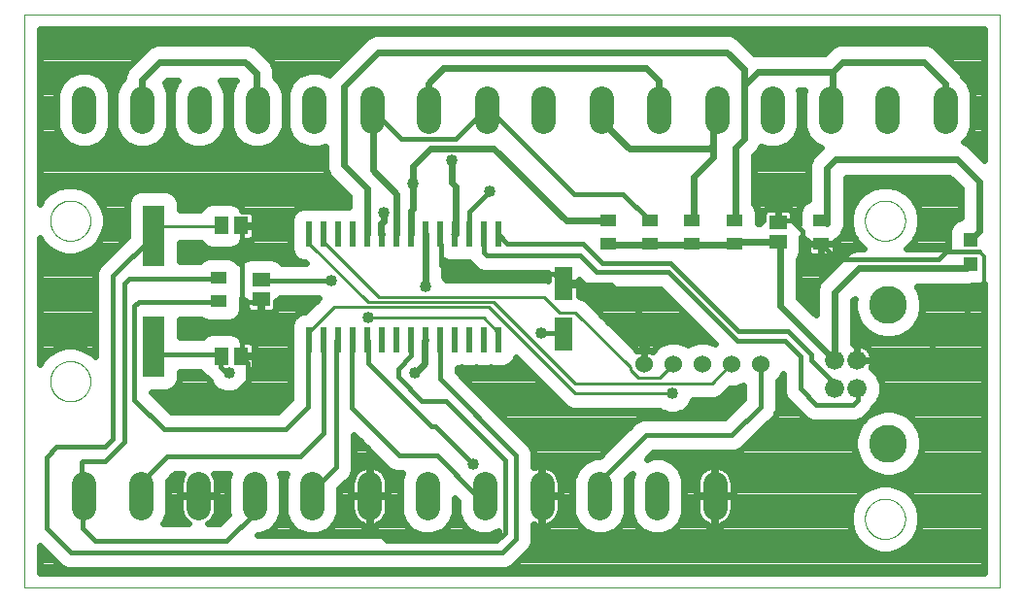
<source format=gtl>
G75*
%MOIN*%
%OFA0B0*%
%FSLAX25Y25*%
%IPPOS*%
%LPD*%
%AMOC8*
5,1,8,0,0,1.08239X$1,22.5*
%
%ADD10C,0.00000*%
%ADD11R,0.05906X0.05118*%
%ADD12R,0.05118X0.05906*%
%ADD13R,0.02362X0.08661*%
%ADD14C,0.06600*%
%ADD15C,0.13000*%
%ADD16R,0.07600X0.21000*%
%ADD17R,0.05512X0.04331*%
%ADD18C,0.06000*%
%ADD19C,0.08250*%
%ADD20R,0.06299X0.11811*%
%ADD21R,0.04724X0.04724*%
%ADD22C,0.01000*%
%ADD23C,0.04000*%
%ADD24C,0.01600*%
%ADD25C,0.02400*%
%ADD26C,0.01200*%
D10*
X0003000Y0003000D02*
X0003000Y0199850D01*
X0337646Y0199850D01*
X0337646Y0003000D01*
X0003000Y0003000D01*
X0011858Y0073866D02*
X0011860Y0074035D01*
X0011866Y0074204D01*
X0011877Y0074373D01*
X0011891Y0074541D01*
X0011910Y0074709D01*
X0011933Y0074877D01*
X0011959Y0075044D01*
X0011990Y0075210D01*
X0012025Y0075376D01*
X0012064Y0075540D01*
X0012108Y0075704D01*
X0012155Y0075866D01*
X0012206Y0076027D01*
X0012261Y0076187D01*
X0012320Y0076346D01*
X0012382Y0076503D01*
X0012449Y0076658D01*
X0012520Y0076812D01*
X0012594Y0076964D01*
X0012672Y0077114D01*
X0012753Y0077262D01*
X0012838Y0077408D01*
X0012927Y0077552D01*
X0013019Y0077694D01*
X0013115Y0077833D01*
X0013214Y0077970D01*
X0013316Y0078105D01*
X0013422Y0078237D01*
X0013531Y0078366D01*
X0013643Y0078493D01*
X0013758Y0078617D01*
X0013876Y0078738D01*
X0013997Y0078856D01*
X0014121Y0078971D01*
X0014248Y0079083D01*
X0014377Y0079192D01*
X0014509Y0079298D01*
X0014644Y0079400D01*
X0014781Y0079499D01*
X0014920Y0079595D01*
X0015062Y0079687D01*
X0015206Y0079776D01*
X0015352Y0079861D01*
X0015500Y0079942D01*
X0015650Y0080020D01*
X0015802Y0080094D01*
X0015956Y0080165D01*
X0016111Y0080232D01*
X0016268Y0080294D01*
X0016427Y0080353D01*
X0016587Y0080408D01*
X0016748Y0080459D01*
X0016910Y0080506D01*
X0017074Y0080550D01*
X0017238Y0080589D01*
X0017404Y0080624D01*
X0017570Y0080655D01*
X0017737Y0080681D01*
X0017905Y0080704D01*
X0018073Y0080723D01*
X0018241Y0080737D01*
X0018410Y0080748D01*
X0018579Y0080754D01*
X0018748Y0080756D01*
X0018917Y0080754D01*
X0019086Y0080748D01*
X0019255Y0080737D01*
X0019423Y0080723D01*
X0019591Y0080704D01*
X0019759Y0080681D01*
X0019926Y0080655D01*
X0020092Y0080624D01*
X0020258Y0080589D01*
X0020422Y0080550D01*
X0020586Y0080506D01*
X0020748Y0080459D01*
X0020909Y0080408D01*
X0021069Y0080353D01*
X0021228Y0080294D01*
X0021385Y0080232D01*
X0021540Y0080165D01*
X0021694Y0080094D01*
X0021846Y0080020D01*
X0021996Y0079942D01*
X0022144Y0079861D01*
X0022290Y0079776D01*
X0022434Y0079687D01*
X0022576Y0079595D01*
X0022715Y0079499D01*
X0022852Y0079400D01*
X0022987Y0079298D01*
X0023119Y0079192D01*
X0023248Y0079083D01*
X0023375Y0078971D01*
X0023499Y0078856D01*
X0023620Y0078738D01*
X0023738Y0078617D01*
X0023853Y0078493D01*
X0023965Y0078366D01*
X0024074Y0078237D01*
X0024180Y0078105D01*
X0024282Y0077970D01*
X0024381Y0077833D01*
X0024477Y0077694D01*
X0024569Y0077552D01*
X0024658Y0077408D01*
X0024743Y0077262D01*
X0024824Y0077114D01*
X0024902Y0076964D01*
X0024976Y0076812D01*
X0025047Y0076658D01*
X0025114Y0076503D01*
X0025176Y0076346D01*
X0025235Y0076187D01*
X0025290Y0076027D01*
X0025341Y0075866D01*
X0025388Y0075704D01*
X0025432Y0075540D01*
X0025471Y0075376D01*
X0025506Y0075210D01*
X0025537Y0075044D01*
X0025563Y0074877D01*
X0025586Y0074709D01*
X0025605Y0074541D01*
X0025619Y0074373D01*
X0025630Y0074204D01*
X0025636Y0074035D01*
X0025638Y0073866D01*
X0025636Y0073697D01*
X0025630Y0073528D01*
X0025619Y0073359D01*
X0025605Y0073191D01*
X0025586Y0073023D01*
X0025563Y0072855D01*
X0025537Y0072688D01*
X0025506Y0072522D01*
X0025471Y0072356D01*
X0025432Y0072192D01*
X0025388Y0072028D01*
X0025341Y0071866D01*
X0025290Y0071705D01*
X0025235Y0071545D01*
X0025176Y0071386D01*
X0025114Y0071229D01*
X0025047Y0071074D01*
X0024976Y0070920D01*
X0024902Y0070768D01*
X0024824Y0070618D01*
X0024743Y0070470D01*
X0024658Y0070324D01*
X0024569Y0070180D01*
X0024477Y0070038D01*
X0024381Y0069899D01*
X0024282Y0069762D01*
X0024180Y0069627D01*
X0024074Y0069495D01*
X0023965Y0069366D01*
X0023853Y0069239D01*
X0023738Y0069115D01*
X0023620Y0068994D01*
X0023499Y0068876D01*
X0023375Y0068761D01*
X0023248Y0068649D01*
X0023119Y0068540D01*
X0022987Y0068434D01*
X0022852Y0068332D01*
X0022715Y0068233D01*
X0022576Y0068137D01*
X0022434Y0068045D01*
X0022290Y0067956D01*
X0022144Y0067871D01*
X0021996Y0067790D01*
X0021846Y0067712D01*
X0021694Y0067638D01*
X0021540Y0067567D01*
X0021385Y0067500D01*
X0021228Y0067438D01*
X0021069Y0067379D01*
X0020909Y0067324D01*
X0020748Y0067273D01*
X0020586Y0067226D01*
X0020422Y0067182D01*
X0020258Y0067143D01*
X0020092Y0067108D01*
X0019926Y0067077D01*
X0019759Y0067051D01*
X0019591Y0067028D01*
X0019423Y0067009D01*
X0019255Y0066995D01*
X0019086Y0066984D01*
X0018917Y0066978D01*
X0018748Y0066976D01*
X0018579Y0066978D01*
X0018410Y0066984D01*
X0018241Y0066995D01*
X0018073Y0067009D01*
X0017905Y0067028D01*
X0017737Y0067051D01*
X0017570Y0067077D01*
X0017404Y0067108D01*
X0017238Y0067143D01*
X0017074Y0067182D01*
X0016910Y0067226D01*
X0016748Y0067273D01*
X0016587Y0067324D01*
X0016427Y0067379D01*
X0016268Y0067438D01*
X0016111Y0067500D01*
X0015956Y0067567D01*
X0015802Y0067638D01*
X0015650Y0067712D01*
X0015500Y0067790D01*
X0015352Y0067871D01*
X0015206Y0067956D01*
X0015062Y0068045D01*
X0014920Y0068137D01*
X0014781Y0068233D01*
X0014644Y0068332D01*
X0014509Y0068434D01*
X0014377Y0068540D01*
X0014248Y0068649D01*
X0014121Y0068761D01*
X0013997Y0068876D01*
X0013876Y0068994D01*
X0013758Y0069115D01*
X0013643Y0069239D01*
X0013531Y0069366D01*
X0013422Y0069495D01*
X0013316Y0069627D01*
X0013214Y0069762D01*
X0013115Y0069899D01*
X0013019Y0070038D01*
X0012927Y0070180D01*
X0012838Y0070324D01*
X0012753Y0070470D01*
X0012672Y0070618D01*
X0012594Y0070768D01*
X0012520Y0070920D01*
X0012449Y0071074D01*
X0012382Y0071229D01*
X0012320Y0071386D01*
X0012261Y0071545D01*
X0012206Y0071705D01*
X0012155Y0071866D01*
X0012108Y0072028D01*
X0012064Y0072192D01*
X0012025Y0072356D01*
X0011990Y0072522D01*
X0011959Y0072688D01*
X0011933Y0072855D01*
X0011910Y0073023D01*
X0011891Y0073191D01*
X0011877Y0073359D01*
X0011866Y0073528D01*
X0011860Y0073697D01*
X0011858Y0073866D01*
X0011858Y0128984D02*
X0011860Y0129153D01*
X0011866Y0129322D01*
X0011877Y0129491D01*
X0011891Y0129659D01*
X0011910Y0129827D01*
X0011933Y0129995D01*
X0011959Y0130162D01*
X0011990Y0130328D01*
X0012025Y0130494D01*
X0012064Y0130658D01*
X0012108Y0130822D01*
X0012155Y0130984D01*
X0012206Y0131145D01*
X0012261Y0131305D01*
X0012320Y0131464D01*
X0012382Y0131621D01*
X0012449Y0131776D01*
X0012520Y0131930D01*
X0012594Y0132082D01*
X0012672Y0132232D01*
X0012753Y0132380D01*
X0012838Y0132526D01*
X0012927Y0132670D01*
X0013019Y0132812D01*
X0013115Y0132951D01*
X0013214Y0133088D01*
X0013316Y0133223D01*
X0013422Y0133355D01*
X0013531Y0133484D01*
X0013643Y0133611D01*
X0013758Y0133735D01*
X0013876Y0133856D01*
X0013997Y0133974D01*
X0014121Y0134089D01*
X0014248Y0134201D01*
X0014377Y0134310D01*
X0014509Y0134416D01*
X0014644Y0134518D01*
X0014781Y0134617D01*
X0014920Y0134713D01*
X0015062Y0134805D01*
X0015206Y0134894D01*
X0015352Y0134979D01*
X0015500Y0135060D01*
X0015650Y0135138D01*
X0015802Y0135212D01*
X0015956Y0135283D01*
X0016111Y0135350D01*
X0016268Y0135412D01*
X0016427Y0135471D01*
X0016587Y0135526D01*
X0016748Y0135577D01*
X0016910Y0135624D01*
X0017074Y0135668D01*
X0017238Y0135707D01*
X0017404Y0135742D01*
X0017570Y0135773D01*
X0017737Y0135799D01*
X0017905Y0135822D01*
X0018073Y0135841D01*
X0018241Y0135855D01*
X0018410Y0135866D01*
X0018579Y0135872D01*
X0018748Y0135874D01*
X0018917Y0135872D01*
X0019086Y0135866D01*
X0019255Y0135855D01*
X0019423Y0135841D01*
X0019591Y0135822D01*
X0019759Y0135799D01*
X0019926Y0135773D01*
X0020092Y0135742D01*
X0020258Y0135707D01*
X0020422Y0135668D01*
X0020586Y0135624D01*
X0020748Y0135577D01*
X0020909Y0135526D01*
X0021069Y0135471D01*
X0021228Y0135412D01*
X0021385Y0135350D01*
X0021540Y0135283D01*
X0021694Y0135212D01*
X0021846Y0135138D01*
X0021996Y0135060D01*
X0022144Y0134979D01*
X0022290Y0134894D01*
X0022434Y0134805D01*
X0022576Y0134713D01*
X0022715Y0134617D01*
X0022852Y0134518D01*
X0022987Y0134416D01*
X0023119Y0134310D01*
X0023248Y0134201D01*
X0023375Y0134089D01*
X0023499Y0133974D01*
X0023620Y0133856D01*
X0023738Y0133735D01*
X0023853Y0133611D01*
X0023965Y0133484D01*
X0024074Y0133355D01*
X0024180Y0133223D01*
X0024282Y0133088D01*
X0024381Y0132951D01*
X0024477Y0132812D01*
X0024569Y0132670D01*
X0024658Y0132526D01*
X0024743Y0132380D01*
X0024824Y0132232D01*
X0024902Y0132082D01*
X0024976Y0131930D01*
X0025047Y0131776D01*
X0025114Y0131621D01*
X0025176Y0131464D01*
X0025235Y0131305D01*
X0025290Y0131145D01*
X0025341Y0130984D01*
X0025388Y0130822D01*
X0025432Y0130658D01*
X0025471Y0130494D01*
X0025506Y0130328D01*
X0025537Y0130162D01*
X0025563Y0129995D01*
X0025586Y0129827D01*
X0025605Y0129659D01*
X0025619Y0129491D01*
X0025630Y0129322D01*
X0025636Y0129153D01*
X0025638Y0128984D01*
X0025636Y0128815D01*
X0025630Y0128646D01*
X0025619Y0128477D01*
X0025605Y0128309D01*
X0025586Y0128141D01*
X0025563Y0127973D01*
X0025537Y0127806D01*
X0025506Y0127640D01*
X0025471Y0127474D01*
X0025432Y0127310D01*
X0025388Y0127146D01*
X0025341Y0126984D01*
X0025290Y0126823D01*
X0025235Y0126663D01*
X0025176Y0126504D01*
X0025114Y0126347D01*
X0025047Y0126192D01*
X0024976Y0126038D01*
X0024902Y0125886D01*
X0024824Y0125736D01*
X0024743Y0125588D01*
X0024658Y0125442D01*
X0024569Y0125298D01*
X0024477Y0125156D01*
X0024381Y0125017D01*
X0024282Y0124880D01*
X0024180Y0124745D01*
X0024074Y0124613D01*
X0023965Y0124484D01*
X0023853Y0124357D01*
X0023738Y0124233D01*
X0023620Y0124112D01*
X0023499Y0123994D01*
X0023375Y0123879D01*
X0023248Y0123767D01*
X0023119Y0123658D01*
X0022987Y0123552D01*
X0022852Y0123450D01*
X0022715Y0123351D01*
X0022576Y0123255D01*
X0022434Y0123163D01*
X0022290Y0123074D01*
X0022144Y0122989D01*
X0021996Y0122908D01*
X0021846Y0122830D01*
X0021694Y0122756D01*
X0021540Y0122685D01*
X0021385Y0122618D01*
X0021228Y0122556D01*
X0021069Y0122497D01*
X0020909Y0122442D01*
X0020748Y0122391D01*
X0020586Y0122344D01*
X0020422Y0122300D01*
X0020258Y0122261D01*
X0020092Y0122226D01*
X0019926Y0122195D01*
X0019759Y0122169D01*
X0019591Y0122146D01*
X0019423Y0122127D01*
X0019255Y0122113D01*
X0019086Y0122102D01*
X0018917Y0122096D01*
X0018748Y0122094D01*
X0018579Y0122096D01*
X0018410Y0122102D01*
X0018241Y0122113D01*
X0018073Y0122127D01*
X0017905Y0122146D01*
X0017737Y0122169D01*
X0017570Y0122195D01*
X0017404Y0122226D01*
X0017238Y0122261D01*
X0017074Y0122300D01*
X0016910Y0122344D01*
X0016748Y0122391D01*
X0016587Y0122442D01*
X0016427Y0122497D01*
X0016268Y0122556D01*
X0016111Y0122618D01*
X0015956Y0122685D01*
X0015802Y0122756D01*
X0015650Y0122830D01*
X0015500Y0122908D01*
X0015352Y0122989D01*
X0015206Y0123074D01*
X0015062Y0123163D01*
X0014920Y0123255D01*
X0014781Y0123351D01*
X0014644Y0123450D01*
X0014509Y0123552D01*
X0014377Y0123658D01*
X0014248Y0123767D01*
X0014121Y0123879D01*
X0013997Y0123994D01*
X0013876Y0124112D01*
X0013758Y0124233D01*
X0013643Y0124357D01*
X0013531Y0124484D01*
X0013422Y0124613D01*
X0013316Y0124745D01*
X0013214Y0124880D01*
X0013115Y0125017D01*
X0013019Y0125156D01*
X0012927Y0125298D01*
X0012838Y0125442D01*
X0012753Y0125588D01*
X0012672Y0125736D01*
X0012594Y0125886D01*
X0012520Y0126038D01*
X0012449Y0126192D01*
X0012382Y0126347D01*
X0012320Y0126504D01*
X0012261Y0126663D01*
X0012206Y0126823D01*
X0012155Y0126984D01*
X0012108Y0127146D01*
X0012064Y0127310D01*
X0012025Y0127474D01*
X0011990Y0127640D01*
X0011959Y0127806D01*
X0011933Y0127973D01*
X0011910Y0128141D01*
X0011891Y0128309D01*
X0011877Y0128477D01*
X0011866Y0128646D01*
X0011860Y0128815D01*
X0011858Y0128984D01*
X0291386Y0128984D02*
X0291388Y0129153D01*
X0291394Y0129322D01*
X0291405Y0129491D01*
X0291419Y0129659D01*
X0291438Y0129827D01*
X0291461Y0129995D01*
X0291487Y0130162D01*
X0291518Y0130328D01*
X0291553Y0130494D01*
X0291592Y0130658D01*
X0291636Y0130822D01*
X0291683Y0130984D01*
X0291734Y0131145D01*
X0291789Y0131305D01*
X0291848Y0131464D01*
X0291910Y0131621D01*
X0291977Y0131776D01*
X0292048Y0131930D01*
X0292122Y0132082D01*
X0292200Y0132232D01*
X0292281Y0132380D01*
X0292366Y0132526D01*
X0292455Y0132670D01*
X0292547Y0132812D01*
X0292643Y0132951D01*
X0292742Y0133088D01*
X0292844Y0133223D01*
X0292950Y0133355D01*
X0293059Y0133484D01*
X0293171Y0133611D01*
X0293286Y0133735D01*
X0293404Y0133856D01*
X0293525Y0133974D01*
X0293649Y0134089D01*
X0293776Y0134201D01*
X0293905Y0134310D01*
X0294037Y0134416D01*
X0294172Y0134518D01*
X0294309Y0134617D01*
X0294448Y0134713D01*
X0294590Y0134805D01*
X0294734Y0134894D01*
X0294880Y0134979D01*
X0295028Y0135060D01*
X0295178Y0135138D01*
X0295330Y0135212D01*
X0295484Y0135283D01*
X0295639Y0135350D01*
X0295796Y0135412D01*
X0295955Y0135471D01*
X0296115Y0135526D01*
X0296276Y0135577D01*
X0296438Y0135624D01*
X0296602Y0135668D01*
X0296766Y0135707D01*
X0296932Y0135742D01*
X0297098Y0135773D01*
X0297265Y0135799D01*
X0297433Y0135822D01*
X0297601Y0135841D01*
X0297769Y0135855D01*
X0297938Y0135866D01*
X0298107Y0135872D01*
X0298276Y0135874D01*
X0298445Y0135872D01*
X0298614Y0135866D01*
X0298783Y0135855D01*
X0298951Y0135841D01*
X0299119Y0135822D01*
X0299287Y0135799D01*
X0299454Y0135773D01*
X0299620Y0135742D01*
X0299786Y0135707D01*
X0299950Y0135668D01*
X0300114Y0135624D01*
X0300276Y0135577D01*
X0300437Y0135526D01*
X0300597Y0135471D01*
X0300756Y0135412D01*
X0300913Y0135350D01*
X0301068Y0135283D01*
X0301222Y0135212D01*
X0301374Y0135138D01*
X0301524Y0135060D01*
X0301672Y0134979D01*
X0301818Y0134894D01*
X0301962Y0134805D01*
X0302104Y0134713D01*
X0302243Y0134617D01*
X0302380Y0134518D01*
X0302515Y0134416D01*
X0302647Y0134310D01*
X0302776Y0134201D01*
X0302903Y0134089D01*
X0303027Y0133974D01*
X0303148Y0133856D01*
X0303266Y0133735D01*
X0303381Y0133611D01*
X0303493Y0133484D01*
X0303602Y0133355D01*
X0303708Y0133223D01*
X0303810Y0133088D01*
X0303909Y0132951D01*
X0304005Y0132812D01*
X0304097Y0132670D01*
X0304186Y0132526D01*
X0304271Y0132380D01*
X0304352Y0132232D01*
X0304430Y0132082D01*
X0304504Y0131930D01*
X0304575Y0131776D01*
X0304642Y0131621D01*
X0304704Y0131464D01*
X0304763Y0131305D01*
X0304818Y0131145D01*
X0304869Y0130984D01*
X0304916Y0130822D01*
X0304960Y0130658D01*
X0304999Y0130494D01*
X0305034Y0130328D01*
X0305065Y0130162D01*
X0305091Y0129995D01*
X0305114Y0129827D01*
X0305133Y0129659D01*
X0305147Y0129491D01*
X0305158Y0129322D01*
X0305164Y0129153D01*
X0305166Y0128984D01*
X0305164Y0128815D01*
X0305158Y0128646D01*
X0305147Y0128477D01*
X0305133Y0128309D01*
X0305114Y0128141D01*
X0305091Y0127973D01*
X0305065Y0127806D01*
X0305034Y0127640D01*
X0304999Y0127474D01*
X0304960Y0127310D01*
X0304916Y0127146D01*
X0304869Y0126984D01*
X0304818Y0126823D01*
X0304763Y0126663D01*
X0304704Y0126504D01*
X0304642Y0126347D01*
X0304575Y0126192D01*
X0304504Y0126038D01*
X0304430Y0125886D01*
X0304352Y0125736D01*
X0304271Y0125588D01*
X0304186Y0125442D01*
X0304097Y0125298D01*
X0304005Y0125156D01*
X0303909Y0125017D01*
X0303810Y0124880D01*
X0303708Y0124745D01*
X0303602Y0124613D01*
X0303493Y0124484D01*
X0303381Y0124357D01*
X0303266Y0124233D01*
X0303148Y0124112D01*
X0303027Y0123994D01*
X0302903Y0123879D01*
X0302776Y0123767D01*
X0302647Y0123658D01*
X0302515Y0123552D01*
X0302380Y0123450D01*
X0302243Y0123351D01*
X0302104Y0123255D01*
X0301962Y0123163D01*
X0301818Y0123074D01*
X0301672Y0122989D01*
X0301524Y0122908D01*
X0301374Y0122830D01*
X0301222Y0122756D01*
X0301068Y0122685D01*
X0300913Y0122618D01*
X0300756Y0122556D01*
X0300597Y0122497D01*
X0300437Y0122442D01*
X0300276Y0122391D01*
X0300114Y0122344D01*
X0299950Y0122300D01*
X0299786Y0122261D01*
X0299620Y0122226D01*
X0299454Y0122195D01*
X0299287Y0122169D01*
X0299119Y0122146D01*
X0298951Y0122127D01*
X0298783Y0122113D01*
X0298614Y0122102D01*
X0298445Y0122096D01*
X0298276Y0122094D01*
X0298107Y0122096D01*
X0297938Y0122102D01*
X0297769Y0122113D01*
X0297601Y0122127D01*
X0297433Y0122146D01*
X0297265Y0122169D01*
X0297098Y0122195D01*
X0296932Y0122226D01*
X0296766Y0122261D01*
X0296602Y0122300D01*
X0296438Y0122344D01*
X0296276Y0122391D01*
X0296115Y0122442D01*
X0295955Y0122497D01*
X0295796Y0122556D01*
X0295639Y0122618D01*
X0295484Y0122685D01*
X0295330Y0122756D01*
X0295178Y0122830D01*
X0295028Y0122908D01*
X0294880Y0122989D01*
X0294734Y0123074D01*
X0294590Y0123163D01*
X0294448Y0123255D01*
X0294309Y0123351D01*
X0294172Y0123450D01*
X0294037Y0123552D01*
X0293905Y0123658D01*
X0293776Y0123767D01*
X0293649Y0123879D01*
X0293525Y0123994D01*
X0293404Y0124112D01*
X0293286Y0124233D01*
X0293171Y0124357D01*
X0293059Y0124484D01*
X0292950Y0124613D01*
X0292844Y0124745D01*
X0292742Y0124880D01*
X0292643Y0125017D01*
X0292547Y0125156D01*
X0292455Y0125298D01*
X0292366Y0125442D01*
X0292281Y0125588D01*
X0292200Y0125736D01*
X0292122Y0125886D01*
X0292048Y0126038D01*
X0291977Y0126192D01*
X0291910Y0126347D01*
X0291848Y0126504D01*
X0291789Y0126663D01*
X0291734Y0126823D01*
X0291683Y0126984D01*
X0291636Y0127146D01*
X0291592Y0127310D01*
X0291553Y0127474D01*
X0291518Y0127640D01*
X0291487Y0127806D01*
X0291461Y0127973D01*
X0291438Y0128141D01*
X0291419Y0128309D01*
X0291405Y0128477D01*
X0291394Y0128646D01*
X0291388Y0128815D01*
X0291386Y0128984D01*
X0291386Y0026622D02*
X0291388Y0026791D01*
X0291394Y0026960D01*
X0291405Y0027129D01*
X0291419Y0027297D01*
X0291438Y0027465D01*
X0291461Y0027633D01*
X0291487Y0027800D01*
X0291518Y0027966D01*
X0291553Y0028132D01*
X0291592Y0028296D01*
X0291636Y0028460D01*
X0291683Y0028622D01*
X0291734Y0028783D01*
X0291789Y0028943D01*
X0291848Y0029102D01*
X0291910Y0029259D01*
X0291977Y0029414D01*
X0292048Y0029568D01*
X0292122Y0029720D01*
X0292200Y0029870D01*
X0292281Y0030018D01*
X0292366Y0030164D01*
X0292455Y0030308D01*
X0292547Y0030450D01*
X0292643Y0030589D01*
X0292742Y0030726D01*
X0292844Y0030861D01*
X0292950Y0030993D01*
X0293059Y0031122D01*
X0293171Y0031249D01*
X0293286Y0031373D01*
X0293404Y0031494D01*
X0293525Y0031612D01*
X0293649Y0031727D01*
X0293776Y0031839D01*
X0293905Y0031948D01*
X0294037Y0032054D01*
X0294172Y0032156D01*
X0294309Y0032255D01*
X0294448Y0032351D01*
X0294590Y0032443D01*
X0294734Y0032532D01*
X0294880Y0032617D01*
X0295028Y0032698D01*
X0295178Y0032776D01*
X0295330Y0032850D01*
X0295484Y0032921D01*
X0295639Y0032988D01*
X0295796Y0033050D01*
X0295955Y0033109D01*
X0296115Y0033164D01*
X0296276Y0033215D01*
X0296438Y0033262D01*
X0296602Y0033306D01*
X0296766Y0033345D01*
X0296932Y0033380D01*
X0297098Y0033411D01*
X0297265Y0033437D01*
X0297433Y0033460D01*
X0297601Y0033479D01*
X0297769Y0033493D01*
X0297938Y0033504D01*
X0298107Y0033510D01*
X0298276Y0033512D01*
X0298445Y0033510D01*
X0298614Y0033504D01*
X0298783Y0033493D01*
X0298951Y0033479D01*
X0299119Y0033460D01*
X0299287Y0033437D01*
X0299454Y0033411D01*
X0299620Y0033380D01*
X0299786Y0033345D01*
X0299950Y0033306D01*
X0300114Y0033262D01*
X0300276Y0033215D01*
X0300437Y0033164D01*
X0300597Y0033109D01*
X0300756Y0033050D01*
X0300913Y0032988D01*
X0301068Y0032921D01*
X0301222Y0032850D01*
X0301374Y0032776D01*
X0301524Y0032698D01*
X0301672Y0032617D01*
X0301818Y0032532D01*
X0301962Y0032443D01*
X0302104Y0032351D01*
X0302243Y0032255D01*
X0302380Y0032156D01*
X0302515Y0032054D01*
X0302647Y0031948D01*
X0302776Y0031839D01*
X0302903Y0031727D01*
X0303027Y0031612D01*
X0303148Y0031494D01*
X0303266Y0031373D01*
X0303381Y0031249D01*
X0303493Y0031122D01*
X0303602Y0030993D01*
X0303708Y0030861D01*
X0303810Y0030726D01*
X0303909Y0030589D01*
X0304005Y0030450D01*
X0304097Y0030308D01*
X0304186Y0030164D01*
X0304271Y0030018D01*
X0304352Y0029870D01*
X0304430Y0029720D01*
X0304504Y0029568D01*
X0304575Y0029414D01*
X0304642Y0029259D01*
X0304704Y0029102D01*
X0304763Y0028943D01*
X0304818Y0028783D01*
X0304869Y0028622D01*
X0304916Y0028460D01*
X0304960Y0028296D01*
X0304999Y0028132D01*
X0305034Y0027966D01*
X0305065Y0027800D01*
X0305091Y0027633D01*
X0305114Y0027465D01*
X0305133Y0027297D01*
X0305147Y0027129D01*
X0305158Y0026960D01*
X0305164Y0026791D01*
X0305166Y0026622D01*
X0305164Y0026453D01*
X0305158Y0026284D01*
X0305147Y0026115D01*
X0305133Y0025947D01*
X0305114Y0025779D01*
X0305091Y0025611D01*
X0305065Y0025444D01*
X0305034Y0025278D01*
X0304999Y0025112D01*
X0304960Y0024948D01*
X0304916Y0024784D01*
X0304869Y0024622D01*
X0304818Y0024461D01*
X0304763Y0024301D01*
X0304704Y0024142D01*
X0304642Y0023985D01*
X0304575Y0023830D01*
X0304504Y0023676D01*
X0304430Y0023524D01*
X0304352Y0023374D01*
X0304271Y0023226D01*
X0304186Y0023080D01*
X0304097Y0022936D01*
X0304005Y0022794D01*
X0303909Y0022655D01*
X0303810Y0022518D01*
X0303708Y0022383D01*
X0303602Y0022251D01*
X0303493Y0022122D01*
X0303381Y0021995D01*
X0303266Y0021871D01*
X0303148Y0021750D01*
X0303027Y0021632D01*
X0302903Y0021517D01*
X0302776Y0021405D01*
X0302647Y0021296D01*
X0302515Y0021190D01*
X0302380Y0021088D01*
X0302243Y0020989D01*
X0302104Y0020893D01*
X0301962Y0020801D01*
X0301818Y0020712D01*
X0301672Y0020627D01*
X0301524Y0020546D01*
X0301374Y0020468D01*
X0301222Y0020394D01*
X0301068Y0020323D01*
X0300913Y0020256D01*
X0300756Y0020194D01*
X0300597Y0020135D01*
X0300437Y0020080D01*
X0300276Y0020029D01*
X0300114Y0019982D01*
X0299950Y0019938D01*
X0299786Y0019899D01*
X0299620Y0019864D01*
X0299454Y0019833D01*
X0299287Y0019807D01*
X0299119Y0019784D01*
X0298951Y0019765D01*
X0298783Y0019751D01*
X0298614Y0019740D01*
X0298445Y0019734D01*
X0298276Y0019732D01*
X0298107Y0019734D01*
X0297938Y0019740D01*
X0297769Y0019751D01*
X0297601Y0019765D01*
X0297433Y0019784D01*
X0297265Y0019807D01*
X0297098Y0019833D01*
X0296932Y0019864D01*
X0296766Y0019899D01*
X0296602Y0019938D01*
X0296438Y0019982D01*
X0296276Y0020029D01*
X0296115Y0020080D01*
X0295955Y0020135D01*
X0295796Y0020194D01*
X0295639Y0020256D01*
X0295484Y0020323D01*
X0295330Y0020394D01*
X0295178Y0020468D01*
X0295028Y0020546D01*
X0294880Y0020627D01*
X0294734Y0020712D01*
X0294590Y0020801D01*
X0294448Y0020893D01*
X0294309Y0020989D01*
X0294172Y0021088D01*
X0294037Y0021190D01*
X0293905Y0021296D01*
X0293776Y0021405D01*
X0293649Y0021517D01*
X0293525Y0021632D01*
X0293404Y0021750D01*
X0293286Y0021871D01*
X0293171Y0021995D01*
X0293059Y0022122D01*
X0292950Y0022251D01*
X0292844Y0022383D01*
X0292742Y0022518D01*
X0292643Y0022655D01*
X0292547Y0022794D01*
X0292455Y0022936D01*
X0292366Y0023080D01*
X0292281Y0023226D01*
X0292200Y0023374D01*
X0292122Y0023524D01*
X0292048Y0023676D01*
X0291977Y0023830D01*
X0291910Y0023985D01*
X0291848Y0024142D01*
X0291789Y0024301D01*
X0291734Y0024461D01*
X0291683Y0024622D01*
X0291636Y0024784D01*
X0291592Y0024948D01*
X0291553Y0025112D01*
X0291518Y0025278D01*
X0291487Y0025444D01*
X0291461Y0025611D01*
X0291438Y0025779D01*
X0291419Y0025947D01*
X0291405Y0026115D01*
X0291394Y0026284D01*
X0291388Y0026453D01*
X0291386Y0026622D01*
D11*
X0261583Y0121701D03*
X0261583Y0128394D03*
X0084142Y0108709D03*
X0084142Y0102016D03*
D12*
X0077213Y0082567D03*
X0070520Y0082567D03*
X0070520Y0127252D03*
X0077213Y0127252D03*
D13*
X0100579Y0124299D03*
X0105579Y0124299D03*
X0110579Y0124299D03*
X0115579Y0124299D03*
X0120579Y0124299D03*
X0125579Y0124299D03*
X0130579Y0124299D03*
X0135579Y0124299D03*
X0140579Y0124299D03*
X0145579Y0124299D03*
X0150579Y0124299D03*
X0155579Y0124299D03*
X0160579Y0124299D03*
X0165579Y0124299D03*
X0165579Y0088079D03*
X0160579Y0088079D03*
X0155579Y0088079D03*
X0150579Y0088079D03*
X0145579Y0088079D03*
X0140579Y0088079D03*
X0135579Y0088079D03*
X0130579Y0088079D03*
X0125579Y0088079D03*
X0120579Y0088079D03*
X0115579Y0088079D03*
X0110579Y0088079D03*
X0105579Y0088079D03*
X0100579Y0088079D03*
D14*
X0280869Y0081189D03*
X0288669Y0081189D03*
X0288669Y0071346D03*
X0280869Y0071346D03*
D15*
X0299369Y0052568D03*
X0299369Y0099968D03*
D16*
X0047134Y0085890D03*
X0047134Y0123890D03*
D17*
X0069693Y0109299D03*
X0069693Y0101425D03*
X0203276Y0121110D03*
X0203276Y0128984D03*
X0217646Y0128984D03*
X0217646Y0121110D03*
X0232016Y0121110D03*
X0232016Y0128984D03*
X0246780Y0128984D03*
X0246780Y0121110D03*
X0276425Y0121110D03*
X0276425Y0128984D03*
D18*
X0255638Y0079654D03*
X0245638Y0079654D03*
X0235638Y0079654D03*
X0225638Y0079654D03*
X0215638Y0079654D03*
D19*
X0220126Y0038621D02*
X0220126Y0030371D01*
X0239811Y0030371D02*
X0239811Y0038621D01*
X0200441Y0038621D02*
X0200441Y0030371D01*
X0180598Y0030371D02*
X0180598Y0038621D01*
X0160913Y0038621D02*
X0160913Y0030371D01*
X0141228Y0030371D02*
X0141228Y0038621D01*
X0121386Y0038621D02*
X0121386Y0030371D01*
X0101701Y0030371D02*
X0101701Y0038621D01*
X0082016Y0038621D02*
X0082016Y0030371D01*
X0062646Y0030371D02*
X0062646Y0038621D01*
X0042961Y0038621D02*
X0042961Y0030371D01*
X0023276Y0030371D02*
X0023276Y0038621D01*
X0023433Y0162930D02*
X0023433Y0171180D01*
X0043433Y0171180D02*
X0043433Y0162930D01*
X0062882Y0162930D02*
X0062882Y0171180D01*
X0082882Y0171180D02*
X0082882Y0162930D01*
X0102331Y0162930D02*
X0102331Y0171180D01*
X0122331Y0171180D02*
X0122331Y0162930D01*
X0141583Y0162930D02*
X0141583Y0171180D01*
X0161583Y0171180D02*
X0161583Y0162930D01*
X0180953Y0162930D02*
X0180953Y0171180D01*
X0200953Y0171180D02*
X0200953Y0162930D01*
X0220520Y0162930D02*
X0220520Y0171180D01*
X0240520Y0171180D02*
X0240520Y0162930D01*
X0259693Y0162930D02*
X0259693Y0171180D01*
X0279693Y0171180D02*
X0279693Y0162930D01*
X0299063Y0162930D02*
X0299063Y0171180D01*
X0319063Y0171180D02*
X0319063Y0162930D01*
D20*
X0188039Y0107409D03*
X0188039Y0090087D03*
D21*
X0327606Y0114220D03*
X0327606Y0122488D03*
D22*
X0327606Y0114220D02*
X0327000Y0113700D01*
X0278400Y0128100D02*
X0276600Y0128100D01*
X0276425Y0128984D01*
X0275700Y0121800D02*
X0276425Y0121110D01*
X0276600Y0120900D01*
X0262200Y0120900D02*
X0261583Y0121701D01*
X0261300Y0121800D01*
X0261583Y0128394D02*
X0262200Y0129000D01*
X0246900Y0129000D02*
X0246780Y0128984D01*
X0246900Y0121800D02*
X0246780Y0121110D01*
X0246000Y0120900D01*
X0232500Y0120900D02*
X0232016Y0121110D01*
X0231600Y0120900D01*
X0218100Y0120900D02*
X0217646Y0121110D01*
X0217200Y0120900D01*
X0203700Y0120900D02*
X0203276Y0121110D01*
X0203276Y0128984D02*
X0202800Y0129000D01*
X0232016Y0128984D02*
X0232500Y0129000D01*
X0188400Y0107400D02*
X0188039Y0107409D01*
X0187500Y0108300D01*
X0181200Y0102900D02*
X0186600Y0097500D01*
X0192000Y0097500D01*
X0210900Y0078600D01*
X0210900Y0077700D01*
X0213600Y0075000D01*
X0220800Y0075000D01*
X0225300Y0079500D01*
X0225638Y0079654D01*
X0238800Y0073200D02*
X0245100Y0079500D01*
X0245638Y0079654D01*
X0238800Y0073200D02*
X0192000Y0073200D01*
X0164100Y0101100D01*
X0120900Y0101100D01*
X0101100Y0120900D01*
X0101100Y0123600D01*
X0100579Y0124299D01*
X0105579Y0124299D02*
X0105600Y0123600D01*
X0105600Y0121800D01*
X0124500Y0102900D01*
X0181200Y0102900D01*
X0165000Y0091200D02*
X0165000Y0088500D01*
X0165579Y0088079D01*
X0165000Y0091200D02*
X0160500Y0095700D01*
X0120900Y0095700D01*
X0109200Y0099300D02*
X0101100Y0091200D01*
X0101100Y0088500D01*
X0100579Y0088079D01*
X0100200Y0087600D02*
X0100200Y0084000D01*
X0120579Y0088079D02*
X0120900Y0087600D01*
X0135300Y0087600D02*
X0135579Y0088079D01*
X0139800Y0087600D02*
X0140579Y0088079D01*
X0162300Y0099300D02*
X0109200Y0099300D01*
X0084142Y0102016D02*
X0083100Y0101100D01*
X0084000Y0102000D01*
X0084142Y0102016D01*
X0084900Y0108300D02*
X0084142Y0108709D01*
X0069693Y0109299D02*
X0069600Y0109200D01*
X0050700Y0127200D02*
X0048000Y0124500D01*
X0047134Y0123890D01*
X0050700Y0127200D02*
X0070500Y0127200D01*
X0070520Y0127252D01*
X0077213Y0127252D02*
X0077700Y0127200D01*
X0120000Y0124500D02*
X0120579Y0124299D01*
X0125579Y0124299D02*
X0126300Y0124500D01*
X0129900Y0124500D02*
X0130579Y0124299D01*
X0135579Y0124299D02*
X0136200Y0124500D01*
X0140579Y0124299D02*
X0140700Y0123600D01*
X0145579Y0124299D02*
X0146100Y0123600D01*
X0146100Y0120900D01*
X0149700Y0124500D02*
X0150579Y0124299D01*
X0165579Y0124299D02*
X0165900Y0123600D01*
X0162300Y0099300D02*
X0192000Y0069600D01*
X0225300Y0069600D01*
X0188039Y0090087D02*
X0187500Y0090300D01*
X0077700Y0083100D02*
X0077213Y0082567D01*
X0076800Y0082200D01*
X0071400Y0082200D02*
X0070520Y0082567D01*
X0070500Y0083100D01*
X0048000Y0085800D02*
X0047134Y0085890D01*
X0161400Y0166800D02*
X0161583Y0167055D01*
D23*
X0149700Y0149700D03*
X0136200Y0141600D03*
X0126300Y0131700D03*
X0108300Y0108300D03*
X0120900Y0095700D03*
X0140700Y0106500D03*
X0180300Y0090300D03*
X0137100Y0076800D03*
X0156900Y0045300D03*
X0225300Y0069600D03*
X0162646Y0139024D03*
X0073200Y0076800D03*
X0076800Y0066000D03*
D24*
X0076800Y0071288D01*
X0079575Y0074063D01*
X0079575Y0080205D01*
X0077213Y0082567D01*
X0077700Y0083100D02*
X0077700Y0087739D01*
X0084299Y0094339D01*
X0084299Y0101858D01*
X0084142Y0102016D01*
X0083157Y0101031D01*
X0079181Y0101031D01*
X0077700Y0102513D01*
X0077700Y0127200D01*
X0069600Y0109200D02*
X0039121Y0109200D01*
X0037252Y0107331D01*
X0037252Y0053000D01*
X0030559Y0046307D01*
X0023079Y0046307D01*
X0022685Y0045913D01*
X0022685Y0035087D01*
X0023276Y0034496D01*
X0022882Y0034102D01*
X0022882Y0023472D01*
X0027409Y0018945D01*
X0072291Y0018945D01*
X0082200Y0028854D01*
X0082200Y0034312D01*
X0082016Y0034496D01*
X0101701Y0034496D02*
X0101701Y0036150D01*
X0110087Y0044535D01*
X0110087Y0087587D01*
X0110579Y0088079D01*
X0105579Y0088079D02*
X0105559Y0088059D01*
X0105559Y0056150D01*
X0097488Y0048079D01*
X0052016Y0048079D01*
X0042961Y0039024D01*
X0042961Y0034496D01*
X0030756Y0051425D02*
X0014024Y0051425D01*
X0010480Y0047882D01*
X0010480Y0023472D01*
X0018945Y0015008D01*
X0166976Y0015008D01*
X0171701Y0019732D01*
X0171701Y0048472D01*
X0145579Y0074594D01*
X0145579Y0088079D01*
X0135677Y0087980D02*
X0135677Y0082724D01*
X0131150Y0078197D01*
X0131150Y0075244D01*
X0139220Y0067173D01*
X0147685Y0067173D01*
X0167961Y0046898D01*
X0167961Y0021898D01*
X0165008Y0018945D01*
X0127213Y0018945D01*
X0121800Y0024357D01*
X0121800Y0034082D01*
X0121386Y0034496D01*
X0131740Y0048276D02*
X0115402Y0064614D01*
X0115402Y0087902D01*
X0115579Y0088079D01*
X0120900Y0087600D02*
X0120900Y0079982D01*
X0142567Y0058315D01*
X0143885Y0058315D01*
X0156900Y0045300D01*
X0158311Y0034500D02*
X0144535Y0048276D01*
X0131740Y0048276D01*
X0158311Y0034500D02*
X0160909Y0034500D01*
X0160913Y0034496D01*
X0180598Y0034496D02*
X0180598Y0024417D01*
X0185874Y0019142D01*
X0234299Y0019142D01*
X0239811Y0024654D01*
X0239811Y0034496D01*
X0245717Y0055362D02*
X0216189Y0055362D01*
X0201000Y0040173D01*
X0201000Y0034500D01*
X0200996Y0034496D01*
X0200441Y0034496D01*
X0245717Y0055362D02*
X0255559Y0065205D01*
X0255559Y0079575D01*
X0255638Y0079654D01*
X0247488Y0087646D02*
X0264024Y0087646D01*
X0269142Y0082528D01*
X0269142Y0071307D01*
X0274654Y0065795D01*
X0287252Y0065795D01*
X0288827Y0067370D01*
X0288827Y0071189D01*
X0288669Y0071346D01*
X0280869Y0071346D02*
X0280869Y0073162D01*
X0273079Y0080953D01*
X0273079Y0083118D01*
X0265008Y0091189D01*
X0247882Y0091189D01*
X0224654Y0114417D01*
X0201425Y0114417D01*
X0194732Y0121110D01*
X0168768Y0121110D01*
X0165579Y0124299D01*
X0160579Y0124299D02*
X0160579Y0118059D01*
X0161661Y0116976D01*
X0193748Y0116976D01*
X0199457Y0111268D01*
X0223866Y0111268D01*
X0247488Y0087646D01*
X0215638Y0079654D02*
X0215400Y0079891D01*
X0215400Y0095915D01*
X0204181Y0107134D01*
X0188315Y0107134D01*
X0188039Y0107409D01*
X0184575Y0110874D01*
X0149063Y0110874D01*
X0146100Y0113837D01*
X0146100Y0120900D01*
X0155559Y0124319D02*
X0155579Y0124299D01*
X0155559Y0124319D02*
X0155559Y0131937D01*
X0162646Y0139024D01*
X0162764Y0167055D02*
X0191583Y0138236D01*
X0208394Y0138236D01*
X0217646Y0128984D01*
X0262200Y0129000D02*
X0266173Y0129000D01*
X0269929Y0125244D01*
X0269929Y0122094D01*
X0271110Y0120913D01*
X0276228Y0120913D01*
X0276425Y0121110D01*
X0281740Y0115795D01*
X0316583Y0115795D01*
X0319142Y0118354D01*
X0330559Y0118354D01*
X0188039Y0090087D02*
X0187826Y0090300D01*
X0180300Y0090300D01*
X0135677Y0087980D02*
X0135579Y0088079D01*
X0108300Y0108300D02*
X0084550Y0108300D01*
X0084142Y0108709D01*
X0069693Y0101425D02*
X0069600Y0101332D01*
X0069600Y0101100D01*
X0042242Y0101100D01*
X0040795Y0099654D01*
X0040795Y0067567D01*
X0050835Y0057528D01*
X0092567Y0057528D01*
X0100244Y0065205D01*
X0100244Y0087744D01*
X0100579Y0088079D01*
X0073200Y0076800D02*
X0072310Y0076800D01*
X0070323Y0078787D01*
X0070323Y0082370D01*
X0070520Y0082567D01*
X0070500Y0083100D02*
X0049924Y0083100D01*
X0047134Y0085890D01*
X0033315Y0110071D02*
X0047134Y0123890D01*
X0033315Y0110071D02*
X0033315Y0053984D01*
X0030756Y0051425D01*
X0132449Y0156937D02*
X0122331Y0167055D01*
X0122445Y0167055D01*
X0122700Y0166800D01*
X0132449Y0156937D02*
X0150835Y0156937D01*
X0160698Y0166800D01*
X0161400Y0166800D01*
X0161583Y0167055D02*
X0162764Y0167055D01*
D25*
X0164024Y0153787D02*
X0142370Y0153787D01*
X0136200Y0147617D01*
X0136200Y0141600D01*
X0136200Y0133050D01*
X0135480Y0132331D01*
X0135480Y0124398D01*
X0135579Y0124299D01*
X0140579Y0124299D02*
X0140700Y0124178D01*
X0140700Y0106500D01*
X0147100Y0109864D02*
X0147100Y0115292D01*
X0148363Y0114769D01*
X0152794Y0114769D01*
X0153079Y0114886D01*
X0153363Y0114769D01*
X0155447Y0114769D01*
X0155492Y0114660D01*
X0156575Y0113578D01*
X0158263Y0111890D01*
X0160468Y0110976D01*
X0182690Y0110976D01*
X0182690Y0108453D01*
X0182334Y0108600D01*
X0147623Y0108600D01*
X0147100Y0109864D01*
X0147100Y0110933D02*
X0182690Y0110933D01*
X0182690Y0108534D02*
X0182492Y0108534D01*
X0188414Y0107784D02*
X0188414Y0107035D01*
X0193389Y0107035D01*
X0193389Y0103094D01*
X0195229Y0102332D01*
X0213275Y0084286D01*
X0213642Y0084473D01*
X0214420Y0084725D01*
X0215229Y0084854D01*
X0215638Y0084854D01*
X0215638Y0081923D01*
X0215638Y0081923D01*
X0215638Y0084854D01*
X0216047Y0084854D01*
X0216855Y0084725D01*
X0217634Y0084473D01*
X0218363Y0084101D01*
X0218549Y0083966D01*
X0218686Y0084298D01*
X0220993Y0086605D01*
X0224007Y0087854D01*
X0227269Y0087854D01*
X0230283Y0086605D01*
X0230638Y0086250D01*
X0230993Y0086605D01*
X0234007Y0087854D01*
X0237269Y0087854D01*
X0239874Y0086774D01*
X0221381Y0105268D01*
X0198263Y0105268D01*
X0196058Y0106181D01*
X0194370Y0107869D01*
X0193389Y0108850D01*
X0193389Y0107784D01*
X0188414Y0107784D01*
X0193389Y0108534D02*
X0193705Y0108534D01*
X0193389Y0106136D02*
X0196167Y0106136D01*
X0193389Y0103737D02*
X0222911Y0103737D01*
X0225310Y0101339D02*
X0196222Y0101339D01*
X0198621Y0098940D02*
X0227708Y0098940D01*
X0230107Y0096542D02*
X0201019Y0096542D01*
X0203418Y0094143D02*
X0232505Y0094143D01*
X0234904Y0091745D02*
X0205816Y0091745D01*
X0208215Y0089346D02*
X0237302Y0089346D01*
X0239455Y0086948D02*
X0239701Y0086948D01*
X0231820Y0086948D02*
X0229455Y0086948D01*
X0221820Y0086948D02*
X0210613Y0086948D01*
X0213012Y0084549D02*
X0213878Y0084549D01*
X0215638Y0084549D02*
X0215638Y0084549D01*
X0217397Y0084549D02*
X0218937Y0084549D01*
X0215638Y0082151D02*
X0215638Y0082151D01*
X0232223Y0067500D02*
X0239934Y0067500D01*
X0242029Y0068368D01*
X0245115Y0071454D01*
X0247269Y0071454D01*
X0249559Y0072402D01*
X0249559Y0067690D01*
X0243231Y0061362D01*
X0214995Y0061362D01*
X0212790Y0060449D01*
X0211102Y0058761D01*
X0200288Y0047946D01*
X0198586Y0047946D01*
X0195159Y0046527D01*
X0192535Y0043904D01*
X0191116Y0040476D01*
X0191116Y0028516D01*
X0192535Y0025089D01*
X0195159Y0022465D01*
X0198586Y0021046D01*
X0202296Y0021046D01*
X0205723Y0022465D01*
X0208346Y0025089D01*
X0209766Y0028516D01*
X0209766Y0040454D01*
X0211517Y0042205D01*
X0210801Y0040476D01*
X0210801Y0028516D01*
X0212220Y0025089D01*
X0214844Y0022465D01*
X0218271Y0021046D01*
X0221981Y0021046D01*
X0225408Y0022465D01*
X0228031Y0025089D01*
X0229451Y0028516D01*
X0229451Y0040476D01*
X0228031Y0043904D01*
X0225408Y0046527D01*
X0221981Y0047946D01*
X0218271Y0047946D01*
X0216542Y0047230D01*
X0218674Y0049362D01*
X0246910Y0049362D01*
X0249115Y0050276D01*
X0258958Y0060118D01*
X0260646Y0061806D01*
X0261559Y0064011D01*
X0261559Y0073978D01*
X0262589Y0075009D01*
X0263142Y0076342D01*
X0263142Y0070114D01*
X0264055Y0067908D01*
X0269567Y0062397D01*
X0271255Y0060709D01*
X0273460Y0059795D01*
X0288445Y0059795D01*
X0290651Y0060709D01*
X0292225Y0062284D01*
X0293913Y0063971D01*
X0294336Y0064993D01*
X0295875Y0066532D01*
X0297169Y0069656D01*
X0297169Y0073037D01*
X0295875Y0076161D01*
X0293494Y0078543D01*
X0293766Y0079078D01*
X0294034Y0079901D01*
X0294169Y0080756D01*
X0294169Y0081189D01*
X0294169Y0081622D01*
X0294034Y0082477D01*
X0293766Y0083300D01*
X0293373Y0084072D01*
X0292864Y0084772D01*
X0292252Y0085384D01*
X0291552Y0085893D01*
X0290781Y0086286D01*
X0289957Y0086554D01*
X0289102Y0086689D01*
X0288669Y0086689D01*
X0288236Y0086689D01*
X0287506Y0086573D01*
X0287269Y0086810D01*
X0287269Y0101644D01*
X0287865Y0102240D01*
X0287669Y0101508D01*
X0287669Y0098427D01*
X0288467Y0095452D01*
X0290007Y0092784D01*
X0292185Y0090605D01*
X0294853Y0089065D01*
X0297829Y0088268D01*
X0300910Y0088268D01*
X0303885Y0089065D01*
X0306553Y0090605D01*
X0308732Y0092784D01*
X0310272Y0095452D01*
X0311069Y0098427D01*
X0311069Y0101508D01*
X0310272Y0104484D01*
X0309141Y0106443D01*
X0327501Y0106443D01*
X0328022Y0106658D01*
X0331003Y0106658D01*
X0332446Y0107256D01*
X0332446Y0008200D01*
X0008200Y0008200D01*
X0008200Y0017267D01*
X0015546Y0009921D01*
X0017751Y0009008D01*
X0168170Y0009008D01*
X0170375Y0009921D01*
X0172063Y0011609D01*
X0176787Y0016334D01*
X0177701Y0018539D01*
X0177701Y0024748D01*
X0178170Y0024509D01*
X0179117Y0024201D01*
X0180101Y0024046D01*
X0180423Y0024046D01*
X0180423Y0034321D01*
X0180773Y0034321D01*
X0180773Y0024046D01*
X0181096Y0024046D01*
X0182080Y0024201D01*
X0183026Y0024509D01*
X0183914Y0024961D01*
X0184719Y0025546D01*
X0185423Y0026250D01*
X0186008Y0027056D01*
X0186460Y0027943D01*
X0186768Y0028890D01*
X0186924Y0029873D01*
X0186924Y0034321D01*
X0180773Y0034321D01*
X0180773Y0034671D01*
X0180423Y0034671D01*
X0180423Y0044946D01*
X0180101Y0044946D01*
X0179117Y0044791D01*
X0178170Y0044483D01*
X0177701Y0044244D01*
X0177701Y0049666D01*
X0176787Y0051871D01*
X0175100Y0053559D01*
X0151579Y0077080D01*
X0151579Y0078548D01*
X0152794Y0078548D01*
X0153079Y0078666D01*
X0153363Y0078548D01*
X0157794Y0078548D01*
X0158079Y0078666D01*
X0158363Y0078548D01*
X0162794Y0078548D01*
X0163079Y0078666D01*
X0163363Y0078548D01*
X0167794Y0078548D01*
X0169705Y0079340D01*
X0171168Y0080802D01*
X0171628Y0081911D01*
X0188771Y0064768D01*
X0190866Y0063900D01*
X0220818Y0063900D01*
X0221222Y0063496D01*
X0223868Y0062400D01*
X0226732Y0062400D01*
X0229378Y0063496D01*
X0231404Y0065522D01*
X0232223Y0067500D01*
X0231244Y0065361D02*
X0247230Y0065361D01*
X0249559Y0067760D02*
X0240561Y0067760D01*
X0243819Y0070158D02*
X0249559Y0070158D01*
X0261559Y0070158D02*
X0263142Y0070158D01*
X0263142Y0072557D02*
X0261559Y0072557D01*
X0262536Y0074955D02*
X0263142Y0074955D01*
X0264204Y0067760D02*
X0261559Y0067760D01*
X0261559Y0065361D02*
X0266602Y0065361D01*
X0269001Y0062963D02*
X0261125Y0062963D01*
X0259404Y0060564D02*
X0271604Y0060564D01*
X0257005Y0058166D02*
X0289091Y0058166D01*
X0288467Y0057084D02*
X0287669Y0054108D01*
X0287669Y0051027D01*
X0288467Y0048052D01*
X0290007Y0045384D01*
X0292185Y0043205D01*
X0294853Y0041665D01*
X0297829Y0040868D01*
X0300910Y0040868D01*
X0303885Y0041665D01*
X0306553Y0043205D01*
X0308732Y0045384D01*
X0310272Y0048052D01*
X0311069Y0051027D01*
X0311069Y0054108D01*
X0310272Y0057084D01*
X0308732Y0059752D01*
X0306553Y0061930D01*
X0303885Y0063470D01*
X0300910Y0064268D01*
X0297829Y0064268D01*
X0294853Y0063470D01*
X0292185Y0061930D01*
X0290007Y0059752D01*
X0288467Y0057084D01*
X0288114Y0055767D02*
X0254607Y0055767D01*
X0252208Y0053369D02*
X0287669Y0053369D01*
X0287685Y0050970D02*
X0249810Y0050970D01*
X0243932Y0043446D02*
X0243126Y0044031D01*
X0242239Y0044483D01*
X0241292Y0044791D01*
X0240309Y0044946D01*
X0239986Y0044946D01*
X0239986Y0034671D01*
X0246136Y0034671D01*
X0246136Y0039119D01*
X0245980Y0040102D01*
X0245673Y0041049D01*
X0245221Y0041936D01*
X0244636Y0042742D01*
X0243932Y0043446D01*
X0243479Y0043775D02*
X0291616Y0043775D01*
X0289551Y0046173D02*
X0225762Y0046173D01*
X0228085Y0043775D02*
X0236143Y0043775D01*
X0236496Y0044031D02*
X0235690Y0043446D01*
X0234986Y0042742D01*
X0234401Y0041936D01*
X0233949Y0041049D01*
X0233642Y0040102D01*
X0233486Y0039119D01*
X0233486Y0034671D01*
X0239636Y0034671D01*
X0239636Y0034321D01*
X0239986Y0034321D01*
X0239986Y0024046D01*
X0240309Y0024046D01*
X0241292Y0024201D01*
X0242239Y0024509D01*
X0243126Y0024961D01*
X0243932Y0025546D01*
X0244636Y0026250D01*
X0245221Y0027056D01*
X0245673Y0027943D01*
X0245980Y0028890D01*
X0246136Y0029873D01*
X0246136Y0034321D01*
X0239986Y0034321D01*
X0239986Y0034671D01*
X0239636Y0034671D01*
X0239636Y0044946D01*
X0239313Y0044946D01*
X0238330Y0044791D01*
X0237383Y0044483D01*
X0236496Y0044031D01*
X0239636Y0043775D02*
X0239986Y0043775D01*
X0239986Y0041376D02*
X0239636Y0041376D01*
X0245506Y0041376D02*
X0295931Y0041376D01*
X0296684Y0038712D02*
X0293609Y0037888D01*
X0290852Y0036296D01*
X0288601Y0034045D01*
X0287010Y0031289D01*
X0286186Y0028214D01*
X0286186Y0025030D01*
X0287010Y0021956D01*
X0288601Y0019199D01*
X0290852Y0016948D01*
X0293609Y0015356D01*
X0296684Y0014532D01*
X0299867Y0014532D01*
X0302942Y0015356D01*
X0305699Y0016948D01*
X0307950Y0019199D01*
X0309541Y0021956D01*
X0310365Y0025030D01*
X0310365Y0028214D01*
X0309541Y0031289D01*
X0307950Y0034045D01*
X0305699Y0036296D01*
X0302942Y0037888D01*
X0299867Y0038712D01*
X0296684Y0038712D01*
X0291342Y0036579D02*
X0246136Y0036579D01*
X0246136Y0034181D02*
X0288737Y0034181D01*
X0287295Y0031782D02*
X0246136Y0031782D01*
X0246059Y0029384D02*
X0286499Y0029384D01*
X0286186Y0026985D02*
X0245169Y0026985D01*
X0239986Y0026985D02*
X0239636Y0026985D01*
X0239636Y0029384D02*
X0239986Y0029384D01*
X0239986Y0031782D02*
X0239636Y0031782D01*
X0239636Y0034181D02*
X0239986Y0034181D01*
X0239636Y0034321D02*
X0239636Y0024046D01*
X0239313Y0024046D01*
X0238330Y0024201D01*
X0237383Y0024509D01*
X0236496Y0024961D01*
X0235690Y0025546D01*
X0234986Y0026250D01*
X0234401Y0027056D01*
X0233949Y0027943D01*
X0233642Y0028890D01*
X0233486Y0029873D01*
X0233486Y0034321D01*
X0239636Y0034321D01*
X0239636Y0036579D02*
X0239986Y0036579D01*
X0239986Y0038978D02*
X0239636Y0038978D01*
X0234116Y0041376D02*
X0229078Y0041376D01*
X0229451Y0038978D02*
X0233486Y0038978D01*
X0233486Y0036579D02*
X0229451Y0036579D01*
X0229451Y0034181D02*
X0233486Y0034181D01*
X0233486Y0031782D02*
X0229451Y0031782D01*
X0229451Y0029384D02*
X0233563Y0029384D01*
X0234453Y0026985D02*
X0228817Y0026985D01*
X0227530Y0024587D02*
X0237231Y0024587D01*
X0239636Y0024587D02*
X0239986Y0024587D01*
X0242391Y0024587D02*
X0286305Y0024587D01*
X0286947Y0022188D02*
X0224739Y0022188D01*
X0215513Y0022188D02*
X0205054Y0022188D01*
X0207845Y0024587D02*
X0212722Y0024587D01*
X0211435Y0026985D02*
X0209132Y0026985D01*
X0209766Y0029384D02*
X0210801Y0029384D01*
X0210801Y0031782D02*
X0209766Y0031782D01*
X0209766Y0034181D02*
X0210801Y0034181D01*
X0210801Y0036579D02*
X0209766Y0036579D01*
X0209766Y0038978D02*
X0210801Y0038978D01*
X0210688Y0041376D02*
X0211174Y0041376D01*
X0217884Y0048572D02*
X0288327Y0048572D01*
X0302807Y0041376D02*
X0332446Y0041376D01*
X0332446Y0043775D02*
X0307123Y0043775D01*
X0309187Y0046173D02*
X0332446Y0046173D01*
X0332446Y0048572D02*
X0310411Y0048572D01*
X0311054Y0050970D02*
X0332446Y0050970D01*
X0332446Y0053369D02*
X0311069Y0053369D01*
X0310625Y0055767D02*
X0332446Y0055767D01*
X0332446Y0058166D02*
X0309647Y0058166D01*
X0307919Y0060564D02*
X0332446Y0060564D01*
X0332446Y0062963D02*
X0304764Y0062963D01*
X0296384Y0067760D02*
X0332446Y0067760D01*
X0332446Y0065361D02*
X0294705Y0065361D01*
X0293974Y0062963D02*
X0292905Y0062963D01*
X0290820Y0060564D02*
X0290302Y0060564D01*
X0297169Y0070158D02*
X0332446Y0070158D01*
X0332446Y0072557D02*
X0297169Y0072557D01*
X0296375Y0074955D02*
X0332446Y0074955D01*
X0332446Y0077354D02*
X0294683Y0077354D01*
X0293986Y0079752D02*
X0332446Y0079752D01*
X0332446Y0082151D02*
X0294085Y0082151D01*
X0294169Y0081189D02*
X0289369Y0081189D01*
X0289369Y0081189D01*
X0294169Y0081189D01*
X0293026Y0084549D02*
X0332446Y0084549D01*
X0332446Y0086948D02*
X0287269Y0086948D01*
X0288669Y0086689D02*
X0288669Y0084570D01*
X0288669Y0084570D01*
X0288669Y0086689D01*
X0287269Y0089346D02*
X0294366Y0089346D01*
X0291046Y0091745D02*
X0287269Y0091745D01*
X0287269Y0094143D02*
X0289222Y0094143D01*
X0288174Y0096542D02*
X0287269Y0096542D01*
X0287269Y0098940D02*
X0287669Y0098940D01*
X0287669Y0101339D02*
X0287269Y0101339D01*
X0280869Y0104294D02*
X0289417Y0112843D01*
X0326228Y0112843D01*
X0327606Y0114220D01*
X0320044Y0119243D02*
X0305582Y0119243D01*
X0305699Y0119310D01*
X0307950Y0121561D01*
X0309541Y0124318D01*
X0310365Y0127393D01*
X0310365Y0130576D01*
X0309541Y0133651D01*
X0307950Y0136408D01*
X0305699Y0138658D01*
X0302942Y0140250D01*
X0299867Y0141074D01*
X0296684Y0141074D01*
X0293609Y0140250D01*
X0290852Y0138658D01*
X0288601Y0136408D01*
X0287010Y0133651D01*
X0286186Y0130576D01*
X0286186Y0127393D01*
X0287010Y0124318D01*
X0288601Y0121561D01*
X0290852Y0119310D01*
X0290969Y0119243D01*
X0288144Y0119243D01*
X0285792Y0118268D01*
X0283992Y0116468D01*
X0275444Y0107920D01*
X0274469Y0105568D01*
X0274469Y0096640D01*
X0268600Y0102509D01*
X0268600Y0115852D01*
X0268944Y0116196D01*
X0269735Y0118107D01*
X0269735Y0123399D01*
X0270724Y0122411D01*
X0271469Y0122102D01*
X0271469Y0121110D01*
X0271469Y0118655D01*
X0271619Y0118096D01*
X0271909Y0117594D01*
X0272318Y0117184D01*
X0272820Y0116895D01*
X0273380Y0116745D01*
X0276425Y0116745D01*
X0276425Y0121110D01*
X0276425Y0121110D01*
X0271469Y0121110D01*
X0276425Y0121110D01*
X0276425Y0121110D01*
X0276425Y0116745D01*
X0279471Y0116745D01*
X0280030Y0116895D01*
X0280532Y0117184D01*
X0280942Y0117594D01*
X0281231Y0118096D01*
X0281381Y0118655D01*
X0281381Y0121110D01*
X0276425Y0121110D01*
X0276425Y0121110D01*
X0281381Y0121110D01*
X0281381Y0122102D01*
X0282127Y0122411D01*
X0283589Y0123873D01*
X0284381Y0125785D01*
X0284381Y0125816D01*
X0284800Y0126827D01*
X0284800Y0143647D01*
X0320428Y0143647D01*
X0324159Y0139916D01*
X0324159Y0130029D01*
X0322299Y0129259D01*
X0320836Y0127796D01*
X0320044Y0125885D01*
X0320044Y0119243D01*
X0320044Y0120527D02*
X0306916Y0120527D01*
X0308738Y0122926D02*
X0320044Y0122926D01*
X0320044Y0125324D02*
X0309811Y0125324D01*
X0310365Y0127723D02*
X0320805Y0127723D01*
X0324159Y0130121D02*
X0310365Y0130121D01*
X0309845Y0132520D02*
X0324159Y0132520D01*
X0324159Y0134918D02*
X0308810Y0134918D01*
X0307041Y0137317D02*
X0324159Y0137317D01*
X0324159Y0139715D02*
X0303869Y0139715D01*
X0292683Y0139715D02*
X0284800Y0139715D01*
X0284800Y0137317D02*
X0289510Y0137317D01*
X0287741Y0134918D02*
X0284800Y0134918D01*
X0284800Y0132520D02*
X0286707Y0132520D01*
X0286186Y0130121D02*
X0284800Y0130121D01*
X0284800Y0127723D02*
X0286186Y0127723D01*
X0286740Y0125324D02*
X0284190Y0125324D01*
X0282642Y0122926D02*
X0287814Y0122926D01*
X0289635Y0120527D02*
X0281381Y0120527D01*
X0281240Y0118129D02*
X0285652Y0118129D01*
X0283254Y0115730D02*
X0268600Y0115730D01*
X0268600Y0113332D02*
X0280855Y0113332D01*
X0278457Y0110933D02*
X0268600Y0110933D01*
X0268600Y0108534D02*
X0276058Y0108534D01*
X0274705Y0106136D02*
X0268600Y0106136D01*
X0268600Y0103737D02*
X0274469Y0103737D01*
X0274469Y0101339D02*
X0269770Y0101339D01*
X0272169Y0098940D02*
X0274469Y0098940D01*
X0280869Y0104294D02*
X0280869Y0081189D01*
X0262200Y0099858D01*
X0262200Y0120900D01*
X0261583Y0121701D02*
X0261483Y0121800D01*
X0246900Y0121800D01*
X0246780Y0121110D02*
X0246569Y0120900D01*
X0231600Y0120900D01*
X0231806Y0120900D02*
X0232016Y0121110D01*
X0231806Y0120900D02*
X0217200Y0120900D01*
X0217435Y0120900D02*
X0217646Y0121110D01*
X0217435Y0120900D02*
X0203700Y0120900D01*
X0203276Y0128984D02*
X0188827Y0128984D01*
X0164024Y0153787D01*
X0149700Y0149700D02*
X0149700Y0141930D01*
X0150835Y0140795D01*
X0150835Y0124555D01*
X0150579Y0124299D01*
X0147100Y0113332D02*
X0156821Y0113332D01*
X0130756Y0124476D02*
X0130579Y0124299D01*
X0130756Y0124476D02*
X0130756Y0138236D01*
X0122700Y0146292D01*
X0122700Y0166800D01*
X0112646Y0175047D02*
X0112646Y0148079D01*
X0120717Y0140008D01*
X0120717Y0124437D01*
X0120579Y0124299D01*
X0125441Y0124437D02*
X0125441Y0128000D01*
X0126300Y0128859D01*
X0126300Y0131700D01*
X0125441Y0124437D02*
X0125579Y0124299D01*
X0114317Y0133830D02*
X0113363Y0133830D01*
X0113079Y0133712D01*
X0112794Y0133830D01*
X0108363Y0133830D01*
X0108079Y0133712D01*
X0107794Y0133830D01*
X0103363Y0133830D01*
X0103079Y0133712D01*
X0102794Y0133830D01*
X0098363Y0133830D01*
X0096452Y0133038D01*
X0094989Y0131575D01*
X0094198Y0129664D01*
X0094198Y0118934D01*
X0094989Y0117023D01*
X0096452Y0115560D01*
X0098363Y0114769D01*
X0099170Y0114769D01*
X0099639Y0114300D01*
X0091416Y0114300D01*
X0090040Y0115676D01*
X0088129Y0116468D01*
X0080155Y0116468D01*
X0078243Y0115676D01*
X0076892Y0114325D01*
X0076857Y0114410D01*
X0075394Y0115873D01*
X0073483Y0116665D01*
X0065903Y0116665D01*
X0063991Y0115873D01*
X0063319Y0115200D01*
X0056134Y0115200D01*
X0056134Y0121500D01*
X0063492Y0121500D01*
X0063552Y0121354D01*
X0065015Y0119891D01*
X0066926Y0119099D01*
X0074113Y0119099D01*
X0076024Y0119891D01*
X0077487Y0121354D01*
X0077796Y0122099D01*
X0080061Y0122099D01*
X0080621Y0122249D01*
X0081122Y0122539D01*
X0081532Y0122948D01*
X0081822Y0123450D01*
X0081972Y0124010D01*
X0081972Y0127172D01*
X0078279Y0127172D01*
X0078279Y0127331D01*
X0081972Y0127331D01*
X0081972Y0130494D01*
X0081822Y0131054D01*
X0081532Y0131556D01*
X0081122Y0131965D01*
X0080621Y0132255D01*
X0080061Y0132405D01*
X0077796Y0132405D01*
X0077487Y0133150D01*
X0076024Y0134613D01*
X0074113Y0135405D01*
X0066926Y0135405D01*
X0065015Y0134613D01*
X0063552Y0133150D01*
X0063449Y0132900D01*
X0056134Y0132900D01*
X0056134Y0135424D01*
X0055342Y0137335D01*
X0053879Y0138798D01*
X0051968Y0139590D01*
X0042300Y0139590D01*
X0040388Y0138798D01*
X0038926Y0137335D01*
X0038134Y0135424D01*
X0038134Y0123375D01*
X0028228Y0113470D01*
X0027315Y0111264D01*
X0027315Y0082397D01*
X0026171Y0083540D01*
X0023415Y0085132D01*
X0020340Y0085956D01*
X0017156Y0085956D01*
X0014082Y0085132D01*
X0011325Y0083540D01*
X0009074Y0081289D01*
X0008200Y0079776D01*
X0008200Y0123074D01*
X0009074Y0121561D01*
X0011325Y0119310D01*
X0014082Y0117718D01*
X0017156Y0116894D01*
X0020340Y0116894D01*
X0023415Y0117718D01*
X0026171Y0119310D01*
X0028422Y0121561D01*
X0030014Y0124318D01*
X0030838Y0127393D01*
X0030838Y0130576D01*
X0030014Y0133651D01*
X0028422Y0136408D01*
X0026171Y0138658D01*
X0023415Y0140250D01*
X0020340Y0141074D01*
X0017156Y0141074D01*
X0014082Y0140250D01*
X0011325Y0138658D01*
X0009074Y0136408D01*
X0008200Y0134894D01*
X0008200Y0194650D01*
X0332446Y0194650D01*
X0332446Y0149731D01*
X0326704Y0155473D01*
X0325353Y0156032D01*
X0326969Y0157648D01*
X0328388Y0161075D01*
X0328388Y0173035D01*
X0326969Y0176463D01*
X0325049Y0178382D01*
X0324489Y0179736D01*
X0317087Y0187137D01*
X0315287Y0188937D01*
X0312934Y0189912D01*
X0282239Y0189912D01*
X0279886Y0188937D01*
X0277514Y0186565D01*
X0253499Y0186565D01*
X0253350Y0186504D01*
X0249371Y0190484D01*
X0247570Y0192284D01*
X0245218Y0193258D01*
X0123184Y0193258D01*
X0120831Y0192284D01*
X0109020Y0180473D01*
X0107623Y0179076D01*
X0107613Y0179086D01*
X0104186Y0180505D01*
X0100476Y0180505D01*
X0097048Y0179086D01*
X0094425Y0176463D01*
X0093006Y0173035D01*
X0093006Y0161075D01*
X0094425Y0157648D01*
X0097048Y0155024D01*
X0100476Y0153605D01*
X0104186Y0153605D01*
X0106246Y0154458D01*
X0106246Y0146806D01*
X0107220Y0144453D01*
X0114317Y0137357D01*
X0114317Y0133830D01*
X0114317Y0134918D02*
X0075288Y0134918D01*
X0077748Y0132520D02*
X0095933Y0132520D01*
X0094387Y0130121D02*
X0081972Y0130121D01*
X0081972Y0127723D02*
X0094198Y0127723D01*
X0094198Y0125324D02*
X0081972Y0125324D01*
X0081509Y0122926D02*
X0094198Y0122926D01*
X0094198Y0120527D02*
X0076660Y0120527D01*
X0075537Y0115730D02*
X0078374Y0115730D01*
X0089910Y0115730D02*
X0096282Y0115730D01*
X0094531Y0118129D02*
X0056134Y0118129D01*
X0056134Y0120527D02*
X0064379Y0120527D01*
X0063849Y0115730D02*
X0056134Y0115730D01*
X0038134Y0125324D02*
X0030284Y0125324D01*
X0029210Y0122926D02*
X0037684Y0122926D01*
X0035286Y0120527D02*
X0027388Y0120527D01*
X0024125Y0118129D02*
X0032887Y0118129D01*
X0030489Y0115730D02*
X0008200Y0115730D01*
X0008200Y0113332D02*
X0028171Y0113332D01*
X0027315Y0110933D02*
X0008200Y0110933D01*
X0008200Y0108534D02*
X0027315Y0108534D01*
X0027315Y0106136D02*
X0008200Y0106136D01*
X0008200Y0103737D02*
X0027315Y0103737D01*
X0027315Y0101339D02*
X0008200Y0101339D01*
X0008200Y0098940D02*
X0027315Y0098940D01*
X0027315Y0096542D02*
X0008200Y0096542D01*
X0008200Y0094143D02*
X0027315Y0094143D01*
X0027315Y0091745D02*
X0008200Y0091745D01*
X0008200Y0089346D02*
X0027315Y0089346D01*
X0027315Y0086948D02*
X0008200Y0086948D01*
X0008200Y0084549D02*
X0013072Y0084549D01*
X0009935Y0082151D02*
X0008200Y0082151D01*
X0024424Y0084549D02*
X0027315Y0084549D01*
X0046795Y0070190D02*
X0051968Y0070190D01*
X0053879Y0070981D01*
X0055342Y0072444D01*
X0056134Y0074355D01*
X0056134Y0077100D01*
X0063374Y0077100D01*
X0063552Y0076669D01*
X0065015Y0075206D01*
X0065705Y0074920D01*
X0066525Y0074100D01*
X0067096Y0072722D01*
X0069122Y0070696D01*
X0071768Y0069600D01*
X0074632Y0069600D01*
X0077278Y0070696D01*
X0079304Y0072722D01*
X0080400Y0075368D01*
X0080400Y0077505D01*
X0080621Y0077564D01*
X0081122Y0077854D01*
X0081532Y0078263D01*
X0081822Y0078765D01*
X0081972Y0079325D01*
X0081972Y0082487D01*
X0078279Y0082487D01*
X0078279Y0082646D01*
X0081972Y0082646D01*
X0081972Y0085809D01*
X0081822Y0086369D01*
X0081532Y0086871D01*
X0081122Y0087280D01*
X0080621Y0087570D01*
X0080061Y0087720D01*
X0077796Y0087720D01*
X0077487Y0088465D01*
X0076024Y0089928D01*
X0074113Y0090720D01*
X0066926Y0090720D01*
X0065015Y0089928D01*
X0064187Y0089100D01*
X0056134Y0089100D01*
X0056134Y0095100D01*
X0063743Y0095100D01*
X0063991Y0094851D01*
X0065903Y0094060D01*
X0073483Y0094060D01*
X0075394Y0094851D01*
X0076857Y0096314D01*
X0077649Y0098225D01*
X0077649Y0102336D01*
X0078243Y0101741D01*
X0078989Y0101432D01*
X0078989Y0099167D01*
X0079139Y0098608D01*
X0079429Y0098106D01*
X0079838Y0097696D01*
X0080340Y0097407D01*
X0080899Y0097257D01*
X0084062Y0097257D01*
X0084062Y0100950D01*
X0084221Y0100950D01*
X0084221Y0097257D01*
X0087384Y0097257D01*
X0087944Y0097407D01*
X0088445Y0097696D01*
X0088855Y0098106D01*
X0089145Y0098608D01*
X0089294Y0099167D01*
X0089294Y0101432D01*
X0090040Y0101741D01*
X0090599Y0102300D01*
X0104118Y0102300D01*
X0104128Y0102289D01*
X0099448Y0097609D01*
X0098363Y0097609D01*
X0096452Y0096818D01*
X0094989Y0095355D01*
X0094198Y0093444D01*
X0094198Y0082714D01*
X0094244Y0082602D01*
X0094244Y0067690D01*
X0090082Y0063528D01*
X0053320Y0063528D01*
X0046795Y0070052D01*
X0046795Y0070190D01*
X0046795Y0070158D02*
X0070420Y0070158D01*
X0067261Y0072557D02*
X0055389Y0072557D01*
X0056134Y0074955D02*
X0065620Y0074955D01*
X0075980Y0070158D02*
X0094244Y0070158D01*
X0094244Y0072557D02*
X0079139Y0072557D01*
X0080229Y0074955D02*
X0094244Y0074955D01*
X0094244Y0077354D02*
X0080400Y0077354D01*
X0081972Y0079752D02*
X0094244Y0079752D01*
X0094244Y0082151D02*
X0081972Y0082151D01*
X0081972Y0084549D02*
X0094198Y0084549D01*
X0094198Y0086948D02*
X0081455Y0086948D01*
X0076606Y0089346D02*
X0094198Y0089346D01*
X0094198Y0091745D02*
X0056134Y0091745D01*
X0056134Y0094143D02*
X0065701Y0094143D01*
X0064433Y0089346D02*
X0056134Y0089346D01*
X0073685Y0094143D02*
X0094487Y0094143D01*
X0096176Y0096542D02*
X0076951Y0096542D01*
X0077649Y0098940D02*
X0079050Y0098940D01*
X0078989Y0101339D02*
X0077649Y0101339D01*
X0084062Y0098940D02*
X0084221Y0098940D01*
X0089234Y0098940D02*
X0100779Y0098940D01*
X0103178Y0101339D02*
X0089294Y0101339D01*
X0137100Y0076800D02*
X0137233Y0076800D01*
X0140402Y0079969D01*
X0140402Y0087902D01*
X0140579Y0088079D01*
X0151579Y0077354D02*
X0176185Y0077354D01*
X0173787Y0079752D02*
X0170118Y0079752D01*
X0178584Y0074955D02*
X0153703Y0074955D01*
X0156102Y0072557D02*
X0180982Y0072557D01*
X0183381Y0070158D02*
X0158500Y0070158D01*
X0160899Y0067760D02*
X0185779Y0067760D01*
X0188178Y0065361D02*
X0163297Y0065361D01*
X0165696Y0062963D02*
X0222509Y0062963D01*
X0228091Y0062963D02*
X0244832Y0062963D01*
X0213069Y0060564D02*
X0168094Y0060564D01*
X0170493Y0058166D02*
X0210507Y0058166D01*
X0208109Y0055767D02*
X0172891Y0055767D01*
X0175290Y0053369D02*
X0205710Y0053369D01*
X0203312Y0050970D02*
X0177161Y0050970D01*
X0177701Y0048572D02*
X0200913Y0048572D01*
X0194805Y0046173D02*
X0177701Y0046173D01*
X0180773Y0044946D02*
X0180773Y0034671D01*
X0186924Y0034671D01*
X0186924Y0039119D01*
X0186768Y0040102D01*
X0186460Y0041049D01*
X0186008Y0041936D01*
X0185423Y0042742D01*
X0184719Y0043446D01*
X0183914Y0044031D01*
X0183026Y0044483D01*
X0182080Y0044791D01*
X0181096Y0044946D01*
X0180773Y0044946D01*
X0180773Y0043775D02*
X0180423Y0043775D01*
X0180423Y0041376D02*
X0180773Y0041376D01*
X0184266Y0043775D02*
X0192482Y0043775D01*
X0191489Y0041376D02*
X0186294Y0041376D01*
X0186924Y0038978D02*
X0191116Y0038978D01*
X0191116Y0036579D02*
X0186924Y0036579D01*
X0186924Y0034181D02*
X0191116Y0034181D01*
X0191116Y0031782D02*
X0186924Y0031782D01*
X0186846Y0029384D02*
X0191116Y0029384D01*
X0191750Y0026985D02*
X0185957Y0026985D01*
X0180773Y0026985D02*
X0180423Y0026985D01*
X0180423Y0029384D02*
X0180773Y0029384D01*
X0180773Y0031782D02*
X0180423Y0031782D01*
X0180423Y0034181D02*
X0180773Y0034181D01*
X0180773Y0036579D02*
X0180423Y0036579D01*
X0180423Y0038978D02*
X0180773Y0038978D01*
X0180773Y0024587D02*
X0180423Y0024587D01*
X0178018Y0024587D02*
X0177701Y0024587D01*
X0177701Y0022188D02*
X0195828Y0022188D01*
X0193037Y0024587D02*
X0183179Y0024587D01*
X0177701Y0019790D02*
X0288260Y0019790D01*
X0290409Y0017391D02*
X0177225Y0017391D01*
X0175446Y0014993D02*
X0294966Y0014993D01*
X0301585Y0014993D02*
X0332446Y0014993D01*
X0332446Y0017391D02*
X0306142Y0017391D01*
X0308291Y0019790D02*
X0332446Y0019790D01*
X0332446Y0022188D02*
X0309604Y0022188D01*
X0310246Y0024587D02*
X0332446Y0024587D01*
X0332446Y0026985D02*
X0310365Y0026985D01*
X0310052Y0029384D02*
X0332446Y0029384D01*
X0332446Y0031782D02*
X0309256Y0031782D01*
X0307814Y0034181D02*
X0332446Y0034181D01*
X0332446Y0036579D02*
X0305209Y0036579D01*
X0332446Y0038978D02*
X0246136Y0038978D01*
X0288669Y0081189D02*
X0288780Y0081300D01*
X0289200Y0081300D01*
X0304373Y0089346D02*
X0332446Y0089346D01*
X0332446Y0091745D02*
X0307693Y0091745D01*
X0309517Y0094143D02*
X0332446Y0094143D01*
X0332446Y0096542D02*
X0310564Y0096542D01*
X0311069Y0098940D02*
X0332446Y0098940D01*
X0332446Y0101339D02*
X0311069Y0101339D01*
X0310472Y0103737D02*
X0332446Y0103737D01*
X0332446Y0106136D02*
X0309318Y0106136D01*
X0327606Y0122488D02*
X0330559Y0125441D01*
X0330559Y0142567D01*
X0323079Y0150047D01*
X0281346Y0150047D01*
X0278400Y0147101D01*
X0278400Y0128100D01*
X0270209Y0122926D02*
X0269735Y0122926D01*
X0269735Y0120527D02*
X0271469Y0120527D01*
X0271610Y0118129D02*
X0269735Y0118129D01*
X0276425Y0118129D02*
X0276425Y0118129D01*
X0276425Y0120527D02*
X0276425Y0120527D01*
X0268469Y0127680D02*
X0267481Y0128668D01*
X0266735Y0128977D01*
X0266735Y0131242D01*
X0266585Y0131802D01*
X0266296Y0132304D01*
X0265886Y0132713D01*
X0265385Y0133003D01*
X0264825Y0133153D01*
X0261662Y0133153D01*
X0261662Y0129460D01*
X0261503Y0129460D01*
X0261503Y0133153D01*
X0258340Y0133153D01*
X0257781Y0133003D01*
X0257279Y0132713D01*
X0256869Y0132304D01*
X0256580Y0131802D01*
X0256430Y0131242D01*
X0256430Y0128977D01*
X0255684Y0128668D01*
X0255216Y0128200D01*
X0254735Y0128200D01*
X0254735Y0132184D01*
X0253944Y0134095D01*
X0253300Y0134739D01*
X0253300Y0151532D01*
X0253476Y0151708D01*
X0255276Y0153509D01*
X0255685Y0154496D01*
X0257838Y0153605D01*
X0261548Y0153605D01*
X0264975Y0155024D01*
X0267598Y0157648D01*
X0269018Y0161075D01*
X0269018Y0173035D01*
X0268716Y0173765D01*
X0270670Y0173765D01*
X0270368Y0173035D01*
X0270368Y0161075D01*
X0271787Y0157648D01*
X0274411Y0155024D01*
X0276434Y0154186D01*
X0275921Y0153673D01*
X0272974Y0150726D01*
X0272000Y0148374D01*
X0272000Y0136087D01*
X0270724Y0135558D01*
X0269261Y0134095D01*
X0268469Y0132184D01*
X0268469Y0127680D01*
X0268469Y0127723D02*
X0268427Y0127723D01*
X0268469Y0130121D02*
X0266735Y0130121D01*
X0266080Y0132520D02*
X0268608Y0132520D01*
X0270084Y0134918D02*
X0253300Y0134918D01*
X0253300Y0137317D02*
X0272000Y0137317D01*
X0272000Y0139715D02*
X0253300Y0139715D01*
X0253300Y0142114D02*
X0272000Y0142114D01*
X0272000Y0144512D02*
X0253300Y0144512D01*
X0253300Y0146911D02*
X0272000Y0146911D01*
X0272387Y0149309D02*
X0253300Y0149309D01*
X0253475Y0151708D02*
X0273956Y0151708D01*
X0276354Y0154106D02*
X0262759Y0154106D01*
X0256627Y0154106D02*
X0255524Y0154106D01*
X0249850Y0157134D02*
X0249850Y0175244D01*
X0254772Y0180165D01*
X0280165Y0180165D01*
X0280165Y0167528D01*
X0279693Y0167055D01*
X0270368Y0166099D02*
X0269018Y0166099D01*
X0269018Y0168497D02*
X0270368Y0168497D01*
X0270368Y0170896D02*
X0269018Y0170896D01*
X0268911Y0173294D02*
X0270475Y0173294D01*
X0280165Y0180165D02*
X0283512Y0183512D01*
X0311661Y0183512D01*
X0319063Y0176110D01*
X0319063Y0167055D01*
X0328388Y0166099D02*
X0332446Y0166099D01*
X0332446Y0168497D02*
X0328388Y0168497D01*
X0328388Y0170896D02*
X0332446Y0170896D01*
X0332446Y0173294D02*
X0328281Y0173294D01*
X0327287Y0175693D02*
X0332446Y0175693D01*
X0332446Y0178091D02*
X0325340Y0178091D01*
X0323734Y0180490D02*
X0332446Y0180490D01*
X0332446Y0182888D02*
X0321336Y0182888D01*
X0318937Y0185287D02*
X0332446Y0185287D01*
X0332446Y0187685D02*
X0316539Y0187685D01*
X0332446Y0190084D02*
X0249770Y0190084D01*
X0252169Y0187685D02*
X0278634Y0187685D01*
X0249850Y0180953D02*
X0249850Y0175244D01*
X0249850Y0180953D02*
X0243945Y0186858D01*
X0124457Y0186858D01*
X0112646Y0175047D01*
X0109037Y0180490D02*
X0104223Y0180490D01*
X0100438Y0180490D02*
X0088928Y0180490D01*
X0088928Y0181045D02*
X0087953Y0183397D01*
X0086153Y0185197D01*
X0084213Y0187137D01*
X0084213Y0187137D01*
X0082413Y0188937D01*
X0080060Y0189912D01*
X0048184Y0189912D01*
X0045831Y0188937D01*
X0044031Y0187137D01*
X0038007Y0181113D01*
X0037033Y0178761D01*
X0037033Y0177968D01*
X0035528Y0176463D01*
X0034108Y0173035D01*
X0034108Y0161075D01*
X0035528Y0157648D01*
X0038151Y0155024D01*
X0041578Y0153605D01*
X0045288Y0153605D01*
X0048715Y0155024D01*
X0051339Y0157648D01*
X0052758Y0161075D01*
X0052758Y0173035D01*
X0051374Y0176378D01*
X0052108Y0177112D01*
X0055626Y0177112D01*
X0054976Y0176463D01*
X0053557Y0173035D01*
X0053557Y0161075D01*
X0054976Y0157648D01*
X0057600Y0155024D01*
X0061027Y0153605D01*
X0064737Y0153605D01*
X0068164Y0155024D01*
X0070787Y0157648D01*
X0072207Y0161075D01*
X0072207Y0173035D01*
X0070787Y0176463D01*
X0070138Y0177112D01*
X0075626Y0177112D01*
X0074976Y0176463D01*
X0073557Y0173035D01*
X0073557Y0161075D01*
X0074976Y0157648D01*
X0077600Y0155024D01*
X0081027Y0153605D01*
X0084737Y0153605D01*
X0088164Y0155024D01*
X0090787Y0157648D01*
X0092207Y0161075D01*
X0092207Y0173035D01*
X0090787Y0176463D01*
X0088928Y0178322D01*
X0088928Y0181045D01*
X0088164Y0182888D02*
X0111436Y0182888D01*
X0113834Y0185287D02*
X0086063Y0185287D01*
X0086153Y0185197D02*
X0086153Y0185197D01*
X0083665Y0187685D02*
X0116233Y0187685D01*
X0118631Y0190084D02*
X0008200Y0190084D01*
X0008200Y0192482D02*
X0121311Y0192482D01*
X0141583Y0176228D02*
X0146701Y0181346D01*
X0216386Y0181346D01*
X0220520Y0177213D01*
X0220520Y0167055D01*
X0210480Y0153591D02*
X0201000Y0163071D01*
X0201000Y0167008D01*
X0200953Y0167055D01*
X0210480Y0153591D02*
X0238039Y0153591D01*
X0239417Y0154969D01*
X0239417Y0165953D01*
X0240520Y0167055D01*
X0249850Y0157134D02*
X0246900Y0154183D01*
X0246900Y0129000D01*
X0254735Y0130121D02*
X0256430Y0130121D01*
X0257086Y0132520D02*
X0254596Y0132520D01*
X0261503Y0132520D02*
X0261662Y0132520D01*
X0261662Y0130121D02*
X0261503Y0130121D01*
X0284800Y0142114D02*
X0321961Y0142114D01*
X0330469Y0151708D02*
X0332446Y0151708D01*
X0332446Y0154106D02*
X0328071Y0154106D01*
X0325826Y0156505D02*
X0332446Y0156505D01*
X0332446Y0158903D02*
X0327489Y0158903D01*
X0328388Y0161302D02*
X0332446Y0161302D01*
X0332446Y0163700D02*
X0328388Y0163700D01*
X0332446Y0192482D02*
X0247091Y0192482D01*
X0269018Y0163700D02*
X0270368Y0163700D01*
X0270368Y0161302D02*
X0269018Y0161302D01*
X0268119Y0158903D02*
X0271267Y0158903D01*
X0272930Y0156505D02*
X0266456Y0156505D01*
X0239417Y0154969D02*
X0239417Y0150835D01*
X0232500Y0143917D01*
X0232500Y0129000D01*
X0141583Y0167055D02*
X0141583Y0176228D01*
X0106246Y0154106D02*
X0105396Y0154106D01*
X0106246Y0151708D02*
X0008200Y0151708D01*
X0008200Y0154106D02*
X0020367Y0154106D01*
X0021578Y0153605D02*
X0018151Y0155024D01*
X0015528Y0157648D01*
X0014108Y0161075D01*
X0014108Y0173035D01*
X0015528Y0176463D01*
X0018151Y0179086D01*
X0021578Y0180505D01*
X0025288Y0180505D01*
X0028715Y0179086D01*
X0031339Y0176463D01*
X0032758Y0173035D01*
X0032758Y0161075D01*
X0031339Y0157648D01*
X0028715Y0155024D01*
X0025288Y0153605D01*
X0021578Y0153605D01*
X0026499Y0154106D02*
X0040367Y0154106D01*
X0036670Y0156505D02*
X0030196Y0156505D01*
X0031859Y0158903D02*
X0035007Y0158903D01*
X0034108Y0161302D02*
X0032758Y0161302D01*
X0032758Y0163700D02*
X0034108Y0163700D01*
X0034108Y0166099D02*
X0032758Y0166099D01*
X0032758Y0168497D02*
X0034108Y0168497D01*
X0034108Y0170896D02*
X0032758Y0170896D01*
X0032651Y0173294D02*
X0034215Y0173294D01*
X0035209Y0175693D02*
X0031657Y0175693D01*
X0029710Y0178091D02*
X0037033Y0178091D01*
X0037749Y0180490D02*
X0025326Y0180490D01*
X0021540Y0180490D02*
X0008200Y0180490D01*
X0008200Y0182888D02*
X0039782Y0182888D01*
X0042181Y0185287D02*
X0008200Y0185287D01*
X0008200Y0187685D02*
X0044579Y0187685D01*
X0049457Y0183512D02*
X0078787Y0183512D01*
X0082528Y0179772D01*
X0082528Y0167409D01*
X0082882Y0167055D01*
X0073557Y0166099D02*
X0072207Y0166099D01*
X0072207Y0168497D02*
X0073557Y0168497D01*
X0073557Y0170896D02*
X0072207Y0170896D01*
X0072100Y0173294D02*
X0073664Y0173294D01*
X0074658Y0175693D02*
X0071106Y0175693D01*
X0054658Y0175693D02*
X0051657Y0175693D01*
X0052651Y0173294D02*
X0053664Y0173294D01*
X0053557Y0170896D02*
X0052758Y0170896D01*
X0052758Y0168497D02*
X0053557Y0168497D01*
X0053557Y0166099D02*
X0052758Y0166099D01*
X0052758Y0163700D02*
X0053557Y0163700D01*
X0053557Y0161302D02*
X0052758Y0161302D01*
X0051859Y0158903D02*
X0054456Y0158903D01*
X0056119Y0156505D02*
X0050196Y0156505D01*
X0046499Y0154106D02*
X0059816Y0154106D01*
X0065947Y0154106D02*
X0079816Y0154106D01*
X0085947Y0154106D02*
X0099265Y0154106D01*
X0095568Y0156505D02*
X0089645Y0156505D01*
X0091307Y0158903D02*
X0093905Y0158903D01*
X0093006Y0161302D02*
X0092207Y0161302D01*
X0092207Y0163700D02*
X0093006Y0163700D01*
X0093006Y0166099D02*
X0092207Y0166099D01*
X0092207Y0168497D02*
X0093006Y0168497D01*
X0093006Y0170896D02*
X0092207Y0170896D01*
X0092100Y0173294D02*
X0093113Y0173294D01*
X0094106Y0175693D02*
X0091106Y0175693D01*
X0089159Y0178091D02*
X0096054Y0178091D01*
X0073557Y0163700D02*
X0072207Y0163700D01*
X0072207Y0161302D02*
X0073557Y0161302D01*
X0074456Y0158903D02*
X0071307Y0158903D01*
X0069645Y0156505D02*
X0076119Y0156505D01*
X0055350Y0137317D02*
X0114317Y0137317D01*
X0111958Y0139715D02*
X0024341Y0139715D01*
X0027513Y0137317D02*
X0038918Y0137317D01*
X0038134Y0134918D02*
X0029282Y0134918D01*
X0030317Y0132520D02*
X0038134Y0132520D01*
X0038134Y0130121D02*
X0030838Y0130121D01*
X0030838Y0127723D02*
X0038134Y0127723D01*
X0056134Y0134918D02*
X0065752Y0134918D01*
X0106246Y0146911D02*
X0008200Y0146911D01*
X0008200Y0149309D02*
X0106246Y0149309D01*
X0107196Y0144512D02*
X0008200Y0144512D01*
X0008200Y0142114D02*
X0109560Y0142114D01*
X0043433Y0167055D02*
X0043433Y0177488D01*
X0049457Y0183512D01*
X0017156Y0178091D02*
X0008200Y0178091D01*
X0008200Y0175693D02*
X0015209Y0175693D01*
X0014215Y0173294D02*
X0008200Y0173294D01*
X0008200Y0170896D02*
X0014108Y0170896D01*
X0014108Y0168497D02*
X0008200Y0168497D01*
X0008200Y0166099D02*
X0014108Y0166099D01*
X0014108Y0163700D02*
X0008200Y0163700D01*
X0008200Y0161302D02*
X0014108Y0161302D01*
X0015007Y0158903D02*
X0008200Y0158903D01*
X0008200Y0156505D02*
X0016670Y0156505D01*
X0013155Y0139715D02*
X0008200Y0139715D01*
X0008200Y0137317D02*
X0009983Y0137317D01*
X0008214Y0134918D02*
X0008200Y0134918D01*
X0008200Y0122926D02*
X0008286Y0122926D01*
X0008200Y0120527D02*
X0010108Y0120527D01*
X0008200Y0118129D02*
X0013371Y0118129D01*
X0049088Y0067760D02*
X0094244Y0067760D01*
X0091915Y0065361D02*
X0051486Y0065361D01*
X0054501Y0042079D02*
X0057339Y0042079D01*
X0057236Y0041936D01*
X0056784Y0041049D01*
X0056476Y0040102D01*
X0056320Y0039119D01*
X0056320Y0034671D01*
X0062471Y0034671D01*
X0062471Y0034321D01*
X0056320Y0034321D01*
X0056320Y0029873D01*
X0056476Y0028890D01*
X0056784Y0027943D01*
X0057236Y0027056D01*
X0057821Y0026250D01*
X0058525Y0025546D01*
X0059331Y0024961D01*
X0059362Y0024945D01*
X0050722Y0024945D01*
X0050866Y0025089D01*
X0052286Y0028516D01*
X0052286Y0039864D01*
X0054501Y0042079D01*
X0053798Y0041376D02*
X0056950Y0041376D01*
X0056320Y0038978D02*
X0052286Y0038978D01*
X0052286Y0036579D02*
X0056320Y0036579D01*
X0056320Y0034181D02*
X0052286Y0034181D01*
X0052286Y0031782D02*
X0056320Y0031782D01*
X0056398Y0029384D02*
X0052286Y0029384D01*
X0051652Y0026985D02*
X0057287Y0026985D01*
X0065929Y0024945D02*
X0065961Y0024961D01*
X0066766Y0025546D01*
X0067470Y0026250D01*
X0068055Y0027056D01*
X0068507Y0027943D01*
X0068815Y0028890D01*
X0068971Y0029873D01*
X0068971Y0034321D01*
X0062821Y0034321D01*
X0062821Y0034671D01*
X0068971Y0034671D01*
X0068971Y0039119D01*
X0068815Y0040102D01*
X0068507Y0041049D01*
X0068055Y0041936D01*
X0067952Y0042079D01*
X0073354Y0042079D01*
X0072691Y0040476D01*
X0072691Y0028516D01*
X0072892Y0028030D01*
X0069806Y0024945D01*
X0065929Y0024945D01*
X0068004Y0026985D02*
X0071846Y0026985D01*
X0072691Y0029384D02*
X0068893Y0029384D01*
X0068971Y0031782D02*
X0072691Y0031782D01*
X0072691Y0034181D02*
X0068971Y0034181D01*
X0068971Y0036579D02*
X0072691Y0036579D01*
X0072691Y0038978D02*
X0068971Y0038978D01*
X0068341Y0041376D02*
X0073063Y0041376D01*
X0090677Y0042079D02*
X0091341Y0040476D01*
X0091341Y0028516D01*
X0089921Y0025089D01*
X0087298Y0022465D01*
X0083871Y0021046D01*
X0082877Y0021046D01*
X0082840Y0021008D01*
X0164491Y0021008D01*
X0165701Y0022218D01*
X0165701Y0022260D01*
X0162768Y0021046D01*
X0159058Y0021046D01*
X0155631Y0022465D01*
X0153008Y0025089D01*
X0151588Y0028516D01*
X0151588Y0032738D01*
X0150554Y0033772D01*
X0150554Y0028516D01*
X0149134Y0025089D01*
X0146511Y0022465D01*
X0143083Y0021046D01*
X0139373Y0021046D01*
X0135946Y0022465D01*
X0133323Y0025089D01*
X0131903Y0028516D01*
X0131903Y0040476D01*
X0132649Y0042276D01*
X0130547Y0042276D01*
X0128341Y0043189D01*
X0116087Y0055444D01*
X0116087Y0043342D01*
X0115173Y0041137D01*
X0113485Y0039449D01*
X0111026Y0036990D01*
X0111026Y0028516D01*
X0109606Y0025089D01*
X0106983Y0022465D01*
X0103556Y0021046D01*
X0099846Y0021046D01*
X0096418Y0022465D01*
X0093795Y0025089D01*
X0092376Y0028516D01*
X0092376Y0040476D01*
X0093039Y0042079D01*
X0090677Y0042079D01*
X0090968Y0041376D02*
X0092748Y0041376D01*
X0092376Y0038978D02*
X0091341Y0038978D01*
X0091341Y0036579D02*
X0092376Y0036579D01*
X0092376Y0034181D02*
X0091341Y0034181D01*
X0091341Y0031782D02*
X0092376Y0031782D01*
X0092376Y0029384D02*
X0091341Y0029384D01*
X0090707Y0026985D02*
X0093010Y0026985D01*
X0094297Y0024587D02*
X0089419Y0024587D01*
X0086629Y0022188D02*
X0097088Y0022188D01*
X0106314Y0022188D02*
X0136615Y0022188D01*
X0133825Y0024587D02*
X0123966Y0024587D01*
X0123814Y0024509D02*
X0124701Y0024961D01*
X0125506Y0025546D01*
X0126210Y0026250D01*
X0126796Y0027056D01*
X0127248Y0027943D01*
X0127555Y0028890D01*
X0127711Y0029873D01*
X0127711Y0034321D01*
X0121561Y0034321D01*
X0121561Y0034671D01*
X0127711Y0034671D01*
X0127711Y0039119D01*
X0127555Y0040102D01*
X0127248Y0041049D01*
X0126796Y0041936D01*
X0126210Y0042742D01*
X0125506Y0043446D01*
X0124701Y0044031D01*
X0123814Y0044483D01*
X0122867Y0044791D01*
X0121884Y0044946D01*
X0121561Y0044946D01*
X0121561Y0034671D01*
X0121211Y0034671D01*
X0121211Y0044946D01*
X0120888Y0044946D01*
X0119905Y0044791D01*
X0118958Y0044483D01*
X0118071Y0044031D01*
X0117265Y0043446D01*
X0116561Y0042742D01*
X0115976Y0041936D01*
X0115524Y0041049D01*
X0115216Y0040102D01*
X0115061Y0039119D01*
X0115061Y0034671D01*
X0121211Y0034671D01*
X0121211Y0034321D01*
X0121561Y0034321D01*
X0121561Y0024046D01*
X0121884Y0024046D01*
X0122867Y0024201D01*
X0123814Y0024509D01*
X0121561Y0024587D02*
X0121211Y0024587D01*
X0121211Y0024046D02*
X0121211Y0034321D01*
X0115061Y0034321D01*
X0115061Y0029873D01*
X0115216Y0028890D01*
X0115524Y0027943D01*
X0115976Y0027056D01*
X0116561Y0026250D01*
X0117265Y0025546D01*
X0118071Y0024961D01*
X0118958Y0024509D01*
X0119905Y0024201D01*
X0120888Y0024046D01*
X0121211Y0024046D01*
X0118806Y0024587D02*
X0109104Y0024587D01*
X0110392Y0026985D02*
X0116027Y0026985D01*
X0115138Y0029384D02*
X0111026Y0029384D01*
X0111026Y0031782D02*
X0115061Y0031782D01*
X0115061Y0034181D02*
X0111026Y0034181D01*
X0111026Y0036579D02*
X0115061Y0036579D01*
X0115061Y0038978D02*
X0113014Y0038978D01*
X0115272Y0041376D02*
X0115691Y0041376D01*
X0116087Y0043775D02*
X0117718Y0043775D01*
X0116087Y0046173D02*
X0125357Y0046173D01*
X0125054Y0043775D02*
X0127756Y0043775D01*
X0127081Y0041376D02*
X0132276Y0041376D01*
X0131903Y0038978D02*
X0127711Y0038978D01*
X0127711Y0036579D02*
X0131903Y0036579D01*
X0131903Y0034181D02*
X0127711Y0034181D01*
X0127711Y0031782D02*
X0131903Y0031782D01*
X0131903Y0029384D02*
X0127633Y0029384D01*
X0126744Y0026985D02*
X0132537Y0026985D01*
X0121561Y0026985D02*
X0121211Y0026985D01*
X0121211Y0029384D02*
X0121561Y0029384D01*
X0121561Y0031782D02*
X0121211Y0031782D01*
X0121211Y0034181D02*
X0121561Y0034181D01*
X0121561Y0036579D02*
X0121211Y0036579D01*
X0121211Y0038978D02*
X0121561Y0038978D01*
X0121561Y0041376D02*
X0121211Y0041376D01*
X0121211Y0043775D02*
X0121561Y0043775D01*
X0122959Y0048572D02*
X0116087Y0048572D01*
X0116087Y0050970D02*
X0120560Y0050970D01*
X0118162Y0053369D02*
X0116087Y0053369D01*
X0150554Y0031782D02*
X0151588Y0031782D01*
X0151588Y0029384D02*
X0150554Y0029384D01*
X0149919Y0026985D02*
X0152222Y0026985D01*
X0153510Y0024587D02*
X0148632Y0024587D01*
X0145841Y0022188D02*
X0156300Y0022188D01*
X0165526Y0022188D02*
X0165671Y0022188D01*
X0173048Y0012594D02*
X0332446Y0012594D01*
X0332446Y0010196D02*
X0170649Y0010196D01*
X0015272Y0010196D02*
X0008200Y0010196D01*
X0008200Y0012594D02*
X0012873Y0012594D01*
X0010475Y0014993D02*
X0008200Y0014993D01*
D26*
X0289200Y0081300D02*
X0310237Y0081300D01*
X0332134Y0103197D01*
X0332134Y0116780D01*
X0330559Y0118354D01*
M02*

</source>
